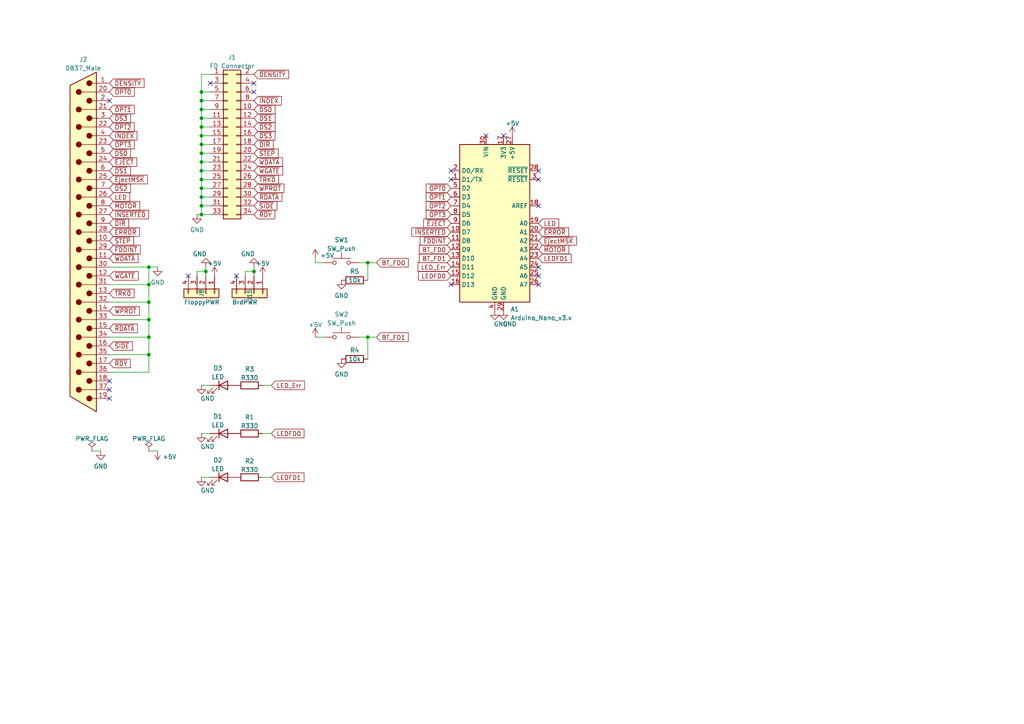
<source format=kicad_sch>
(kicad_sch (version 20211123) (generator eeschema)

  (uuid 0f251f4d-18c3-4e16-8078-b8eaa683a5b6)

  (paper "A4")

  (lib_symbols
    (symbol "Connector:DB37_Male" (pin_names (offset 1.016) hide) (in_bom yes) (on_board yes)
      (property "Reference" "J" (id 0) (at 0 50.8 0)
        (effects (font (size 1.27 1.27)))
      )
      (property "Value" "DB37_Male" (id 1) (at 0 -50.8 0)
        (effects (font (size 1.27 1.27)))
      )
      (property "Footprint" "" (id 2) (at 0 0 0)
        (effects (font (size 1.27 1.27)) hide)
      )
      (property "Datasheet" " ~" (id 3) (at 0 0 0)
        (effects (font (size 1.27 1.27)) hide)
      )
      (property "ki_keywords" "male D-SUB connector" (id 4) (at 0 0 0)
        (effects (font (size 1.27 1.27)) hide)
      )
      (property "ki_description" "37-pin male D-SUB connector" (id 5) (at 0 0 0)
        (effects (font (size 1.27 1.27)) hide)
      )
      (property "ki_fp_filters" "DSUB*Male*" (id 6) (at 0 0 0)
        (effects (font (size 1.27 1.27)) hide)
      )
      (symbol "DB37_Male_0_1"
        (circle (center -1.778 -45.72) (radius 0.762)
          (stroke (width 0) (type default) (color 0 0 0 0))
          (fill (type outline))
        )
        (circle (center -1.778 -40.64) (radius 0.762)
          (stroke (width 0) (type default) (color 0 0 0 0))
          (fill (type outline))
        )
        (circle (center -1.778 -35.56) (radius 0.762)
          (stroke (width 0) (type default) (color 0 0 0 0))
          (fill (type outline))
        )
        (circle (center -1.778 -30.48) (radius 0.762)
          (stroke (width 0) (type default) (color 0 0 0 0))
          (fill (type outline))
        )
        (circle (center -1.778 -25.4) (radius 0.762)
          (stroke (width 0) (type default) (color 0 0 0 0))
          (fill (type outline))
        )
        (circle (center -1.778 -20.32) (radius 0.762)
          (stroke (width 0) (type default) (color 0 0 0 0))
          (fill (type outline))
        )
        (circle (center -1.778 -15.24) (radius 0.762)
          (stroke (width 0) (type default) (color 0 0 0 0))
          (fill (type outline))
        )
        (circle (center -1.778 -10.16) (radius 0.762)
          (stroke (width 0) (type default) (color 0 0 0 0))
          (fill (type outline))
        )
        (circle (center -1.778 -5.08) (radius 0.762)
          (stroke (width 0) (type default) (color 0 0 0 0))
          (fill (type outline))
        )
        (circle (center -1.778 0) (radius 0.762)
          (stroke (width 0) (type default) (color 0 0 0 0))
          (fill (type outline))
        )
        (circle (center -1.778 5.08) (radius 0.762)
          (stroke (width 0) (type default) (color 0 0 0 0))
          (fill (type outline))
        )
        (circle (center -1.778 10.16) (radius 0.762)
          (stroke (width 0) (type default) (color 0 0 0 0))
          (fill (type outline))
        )
        (circle (center -1.778 15.24) (radius 0.762)
          (stroke (width 0) (type default) (color 0 0 0 0))
          (fill (type outline))
        )
        (circle (center -1.778 20.32) (radius 0.762)
          (stroke (width 0) (type default) (color 0 0 0 0))
          (fill (type outline))
        )
        (circle (center -1.778 25.4) (radius 0.762)
          (stroke (width 0) (type default) (color 0 0 0 0))
          (fill (type outline))
        )
        (circle (center -1.778 30.48) (radius 0.762)
          (stroke (width 0) (type default) (color 0 0 0 0))
          (fill (type outline))
        )
        (circle (center -1.778 35.56) (radius 0.762)
          (stroke (width 0) (type default) (color 0 0 0 0))
          (fill (type outline))
        )
        (circle (center -1.778 40.64) (radius 0.762)
          (stroke (width 0) (type default) (color 0 0 0 0))
          (fill (type outline))
        )
        (circle (center -1.778 45.72) (radius 0.762)
          (stroke (width 0) (type default) (color 0 0 0 0))
          (fill (type outline))
        )
        (polyline
          (pts
            (xy -3.81 -45.72)
            (xy -2.54 -45.72)
          )
          (stroke (width 0) (type default) (color 0 0 0 0))
          (fill (type none))
        )
        (polyline
          (pts
            (xy -3.81 -43.18)
            (xy 0.508 -43.18)
          )
          (stroke (width 0) (type default) (color 0 0 0 0))
          (fill (type none))
        )
        (polyline
          (pts
            (xy -3.81 -40.64)
            (xy -2.54 -40.64)
          )
          (stroke (width 0) (type default) (color 0 0 0 0))
          (fill (type none))
        )
        (polyline
          (pts
            (xy -3.81 -38.1)
            (xy 0.508 -38.1)
          )
          (stroke (width 0) (type default) (color 0 0 0 0))
          (fill (type none))
        )
        (polyline
          (pts
            (xy -3.81 -35.56)
            (xy -2.54 -35.56)
          )
          (stroke (width 0) (type default) (color 0 0 0 0))
          (fill (type none))
        )
        (polyline
          (pts
            (xy -3.81 -33.02)
            (xy 0.508 -33.02)
          )
          (stroke (width 0) (type default) (color 0 0 0 0))
          (fill (type none))
        )
        (polyline
          (pts
            (xy -3.81 -30.48)
            (xy -2.54 -30.48)
          )
          (stroke (width 0) (type default) (color 0 0 0 0))
          (fill (type none))
        )
        (polyline
          (pts
            (xy -3.81 -27.94)
            (xy 0.508 -27.94)
          )
          (stroke (width 0) (type default) (color 0 0 0 0))
          (fill (type none))
        )
        (polyline
          (pts
            (xy -3.81 -25.4)
            (xy -2.54 -25.4)
          )
          (stroke (width 0) (type default) (color 0 0 0 0))
          (fill (type none))
        )
        (polyline
          (pts
            (xy -3.81 -22.86)
            (xy 0.508 -22.86)
          )
          (stroke (width 0) (type default) (color 0 0 0 0))
          (fill (type none))
        )
        (polyline
          (pts
            (xy -3.81 -20.32)
            (xy -2.54 -20.32)
          )
          (stroke (width 0) (type default) (color 0 0 0 0))
          (fill (type none))
        )
        (polyline
          (pts
            (xy -3.81 -17.78)
            (xy 0.508 -17.78)
          )
          (stroke (width 0) (type default) (color 0 0 0 0))
          (fill (type none))
        )
        (polyline
          (pts
            (xy -3.81 -15.24)
            (xy -2.54 -15.24)
          )
          (stroke (width 0) (type default) (color 0 0 0 0))
          (fill (type none))
        )
        (polyline
          (pts
            (xy -3.81 -12.7)
            (xy 0.508 -12.7)
          )
          (stroke (width 0) (type default) (color 0 0 0 0))
          (fill (type none))
        )
        (polyline
          (pts
            (xy -3.81 -10.16)
            (xy -2.54 -10.16)
          )
          (stroke (width 0) (type default) (color 0 0 0 0))
          (fill (type none))
        )
        (polyline
          (pts
            (xy -3.81 -7.62)
            (xy 0.508 -7.62)
          )
          (stroke (width 0) (type default) (color 0 0 0 0))
          (fill (type none))
        )
        (polyline
          (pts
            (xy -3.81 -5.08)
            (xy -2.54 -5.08)
          )
          (stroke (width 0) (type default) (color 0 0 0 0))
          (fill (type none))
        )
        (polyline
          (pts
            (xy -3.81 -2.54)
            (xy 0.508 -2.54)
          )
          (stroke (width 0) (type default) (color 0 0 0 0))
          (fill (type none))
        )
        (polyline
          (pts
            (xy -3.81 0)
            (xy -2.54 0)
          )
          (stroke (width 0) (type default) (color 0 0 0 0))
          (fill (type none))
        )
        (polyline
          (pts
            (xy -3.81 2.54)
            (xy 0.508 2.54)
          )
          (stroke (width 0) (type default) (color 0 0 0 0))
          (fill (type none))
        )
        (polyline
          (pts
            (xy -3.81 5.08)
            (xy -2.54 5.08)
          )
          (stroke (width 0) (type default) (color 0 0 0 0))
          (fill (type none))
        )
        (polyline
          (pts
            (xy -3.81 7.62)
            (xy 0.508 7.62)
          )
          (stroke (width 0) (type default) (color 0 0 0 0))
          (fill (type none))
        )
        (polyline
          (pts
            (xy -3.81 10.16)
            (xy -2.54 10.16)
          )
          (stroke (width 0) (type default) (color 0 0 0 0))
          (fill (type none))
        )
        (polyline
          (pts
            (xy -3.81 12.7)
            (xy 0.508 12.7)
          )
          (stroke (width 0) (type default) (color 0 0 0 0))
          (fill (type none))
        )
        (polyline
          (pts
            (xy -3.81 15.24)
            (xy -2.54 15.24)
          )
          (stroke (width 0) (type default) (color 0 0 0 0))
          (fill (type none))
        )
        (polyline
          (pts
            (xy -3.81 17.78)
            (xy 0.508 17.78)
          )
          (stroke (width 0) (type default) (color 0 0 0 0))
          (fill (type none))
        )
        (polyline
          (pts
            (xy -3.81 20.32)
            (xy -2.54 20.32)
          )
          (stroke (width 0) (type default) (color 0 0 0 0))
          (fill (type none))
        )
        (polyline
          (pts
            (xy -3.81 22.86)
            (xy 0.508 22.86)
          )
          (stroke (width 0) (type default) (color 0 0 0 0))
          (fill (type none))
        )
        (polyline
          (pts
            (xy -3.81 25.4)
            (xy -2.54 25.4)
          )
          (stroke (width 0) (type default) (color 0 0 0 0))
          (fill (type none))
        )
        (polyline
          (pts
            (xy -3.81 27.94)
            (xy 0.508 27.94)
          )
          (stroke (width 0) (type default) (color 0 0 0 0))
          (fill (type none))
        )
        (polyline
          (pts
            (xy -3.81 30.48)
            (xy -2.54 30.48)
          )
          (stroke (width 0) (type default) (color 0 0 0 0))
          (fill (type none))
        )
        (polyline
          (pts
            (xy -3.81 33.02)
            (xy 0.508 33.02)
          )
          (stroke (width 0) (type default) (color 0 0 0 0))
          (fill (type none))
        )
        (polyline
          (pts
            (xy -3.81 35.56)
            (xy -2.54 35.56)
          )
          (stroke (width 0) (type default) (color 0 0 0 0))
          (fill (type none))
        )
        (polyline
          (pts
            (xy -3.81 38.1)
            (xy 0.508 38.1)
          )
          (stroke (width 0) (type default) (color 0 0 0 0))
          (fill (type none))
        )
        (polyline
          (pts
            (xy -3.81 40.64)
            (xy -2.54 40.64)
          )
          (stroke (width 0) (type default) (color 0 0 0 0))
          (fill (type none))
        )
        (polyline
          (pts
            (xy -3.81 43.18)
            (xy 0.508 43.18)
          )
          (stroke (width 0) (type default) (color 0 0 0 0))
          (fill (type none))
        )
        (polyline
          (pts
            (xy -3.81 45.72)
            (xy -2.54 45.72)
          )
          (stroke (width 0) (type default) (color 0 0 0 0))
          (fill (type none))
        )
        (polyline
          (pts
            (xy -3.81 49.53)
            (xy 3.81 45.085)
            (xy 3.81 -45.085)
            (xy -3.81 -48.895)
            (xy -3.81 49.53)
          )
          (stroke (width 0.254) (type default) (color 0 0 0 0))
          (fill (type background))
        )
        (circle (center 1.27 -43.18) (radius 0.762)
          (stroke (width 0) (type default) (color 0 0 0 0))
          (fill (type outline))
        )
        (circle (center 1.27 -38.1) (radius 0.762)
          (stroke (width 0) (type default) (color 0 0 0 0))
          (fill (type outline))
        )
        (circle (center 1.27 -33.02) (radius 0.762)
          (stroke (width 0) (type default) (color 0 0 0 0))
          (fill (type outline))
        )
        (circle (center 1.27 -27.94) (radius 0.762)
          (stroke (width 0) (type default) (color 0 0 0 0))
          (fill (type outline))
        )
        (circle (center 1.27 -22.86) (radius 0.762)
          (stroke (width 0) (type default) (color 0 0 0 0))
          (fill (type outline))
        )
        (circle (center 1.27 -17.78) (radius 0.762)
          (stroke (width 0) (type default) (color 0 0 0 0))
          (fill (type outline))
        )
        (circle (center 1.27 -12.7) (radius 0.762)
          (stroke (width 0) (type default) (color 0 0 0 0))
          (fill (type outline))
        )
        (circle (center 1.27 -7.62) (radius 0.762)
          (stroke (width 0) (type default) (color 0 0 0 0))
          (fill (type outline))
        )
        (circle (center 1.27 -2.54) (radius 0.762)
          (stroke (width 0) (type default) (color 0 0 0 0))
          (fill (type outline))
        )
        (circle (center 1.27 2.54) (radius 0.762)
          (stroke (width 0) (type default) (color 0 0 0 0))
          (fill (type outline))
        )
        (circle (center 1.27 7.62) (radius 0.762)
          (stroke (width 0) (type default) (color 0 0 0 0))
          (fill (type outline))
        )
        (circle (center 1.27 12.7) (radius 0.762)
          (stroke (width 0) (type default) (color 0 0 0 0))
          (fill (type outline))
        )
        (circle (center 1.27 17.78) (radius 0.762)
          (stroke (width 0) (type default) (color 0 0 0 0))
          (fill (type outline))
        )
        (circle (center 1.27 22.86) (radius 0.762)
          (stroke (width 0) (type default) (color 0 0 0 0))
          (fill (type outline))
        )
        (circle (center 1.27 27.94) (radius 0.762)
          (stroke (width 0) (type default) (color 0 0 0 0))
          (fill (type outline))
        )
        (circle (center 1.27 33.02) (radius 0.762)
          (stroke (width 0) (type default) (color 0 0 0 0))
          (fill (type outline))
        )
        (circle (center 1.27 38.1) (radius 0.762)
          (stroke (width 0) (type default) (color 0 0 0 0))
          (fill (type outline))
        )
        (circle (center 1.27 43.18) (radius 0.762)
          (stroke (width 0) (type default) (color 0 0 0 0))
          (fill (type outline))
        )
      )
      (symbol "DB37_Male_1_1"
        (pin passive line (at -7.62 -45.72 0) (length 3.81)
          (name "1" (effects (font (size 1.27 1.27))))
          (number "1" (effects (font (size 1.27 1.27))))
        )
        (pin passive line (at -7.62 0 0) (length 3.81)
          (name "10" (effects (font (size 1.27 1.27))))
          (number "10" (effects (font (size 1.27 1.27))))
        )
        (pin passive line (at -7.62 5.08 0) (length 3.81)
          (name "11" (effects (font (size 1.27 1.27))))
          (number "11" (effects (font (size 1.27 1.27))))
        )
        (pin passive line (at -7.62 10.16 0) (length 3.81)
          (name "12" (effects (font (size 1.27 1.27))))
          (number "12" (effects (font (size 1.27 1.27))))
        )
        (pin passive line (at -7.62 15.24 0) (length 3.81)
          (name "13" (effects (font (size 1.27 1.27))))
          (number "13" (effects (font (size 1.27 1.27))))
        )
        (pin passive line (at -7.62 20.32 0) (length 3.81)
          (name "14" (effects (font (size 1.27 1.27))))
          (number "14" (effects (font (size 1.27 1.27))))
        )
        (pin passive line (at -7.62 25.4 0) (length 3.81)
          (name "15" (effects (font (size 1.27 1.27))))
          (number "15" (effects (font (size 1.27 1.27))))
        )
        (pin passive line (at -7.62 30.48 0) (length 3.81)
          (name "16" (effects (font (size 1.27 1.27))))
          (number "16" (effects (font (size 1.27 1.27))))
        )
        (pin passive line (at -7.62 35.56 0) (length 3.81)
          (name "17" (effects (font (size 1.27 1.27))))
          (number "17" (effects (font (size 1.27 1.27))))
        )
        (pin passive line (at -7.62 40.64 0) (length 3.81)
          (name "18" (effects (font (size 1.27 1.27))))
          (number "18" (effects (font (size 1.27 1.27))))
        )
        (pin passive line (at -7.62 45.72 0) (length 3.81)
          (name "19" (effects (font (size 1.27 1.27))))
          (number "19" (effects (font (size 1.27 1.27))))
        )
        (pin passive line (at -7.62 -40.64 0) (length 3.81)
          (name "2" (effects (font (size 1.27 1.27))))
          (number "2" (effects (font (size 1.27 1.27))))
        )
        (pin passive line (at -7.62 -43.18 0) (length 3.81)
          (name "20" (effects (font (size 1.27 1.27))))
          (number "20" (effects (font (size 1.27 1.27))))
        )
        (pin passive line (at -7.62 -38.1 0) (length 3.81)
          (name "21" (effects (font (size 1.27 1.27))))
          (number "21" (effects (font (size 1.27 1.27))))
        )
        (pin passive line (at -7.62 -33.02 0) (length 3.81)
          (name "22" (effects (font (size 1.27 1.27))))
          (number "22" (effects (font (size 1.27 1.27))))
        )
        (pin passive line (at -7.62 -27.94 0) (length 3.81)
          (name "23" (effects (font (size 1.27 1.27))))
          (number "23" (effects (font (size 1.27 1.27))))
        )
        (pin passive line (at -7.62 -22.86 0) (length 3.81)
          (name "24" (effects (font (size 1.27 1.27))))
          (number "24" (effects (font (size 1.27 1.27))))
        )
        (pin passive line (at -7.62 -17.78 0) (length 3.81)
          (name "25" (effects (font (size 1.27 1.27))))
          (number "25" (effects (font (size 1.27 1.27))))
        )
        (pin passive line (at -7.62 -12.7 0) (length 3.81)
          (name "26" (effects (font (size 1.27 1.27))))
          (number "26" (effects (font (size 1.27 1.27))))
        )
        (pin passive line (at -7.62 -7.62 0) (length 3.81)
          (name "27" (effects (font (size 1.27 1.27))))
          (number "27" (effects (font (size 1.27 1.27))))
        )
        (pin passive line (at -7.62 -2.54 0) (length 3.81)
          (name "28" (effects (font (size 1.27 1.27))))
          (number "28" (effects (font (size 1.27 1.27))))
        )
        (pin passive line (at -7.62 2.54 0) (length 3.81)
          (name "29" (effects (font (size 1.27 1.27))))
          (number "29" (effects (font (size 1.27 1.27))))
        )
        (pin passive line (at -7.62 -35.56 0) (length 3.81)
          (name "3" (effects (font (size 1.27 1.27))))
          (number "3" (effects (font (size 1.27 1.27))))
        )
        (pin passive line (at -7.62 7.62 0) (length 3.81)
          (name "30" (effects (font (size 1.27 1.27))))
          (number "30" (effects (font (size 1.27 1.27))))
        )
        (pin passive line (at -7.62 12.7 0) (length 3.81)
          (name "31" (effects (font (size 1.27 1.27))))
          (number "31" (effects (font (size 1.27 1.27))))
        )
        (pin passive line (at -7.62 17.78 0) (length 3.81)
          (name "32" (effects (font (size 1.27 1.27))))
          (number "32" (effects (font (size 1.27 1.27))))
        )
        (pin passive line (at -7.62 22.86 0) (length 3.81)
          (name "33" (effects (font (size 1.27 1.27))))
          (number "33" (effects (font (size 1.27 1.27))))
        )
        (pin passive line (at -7.62 27.94 0) (length 3.81)
          (name "34" (effects (font (size 1.27 1.27))))
          (number "34" (effects (font (size 1.27 1.27))))
        )
        (pin passive line (at -7.62 33.02 0) (length 3.81)
          (name "35" (effects (font (size 1.27 1.27))))
          (number "35" (effects (font (size 1.27 1.27))))
        )
        (pin passive line (at -7.62 38.1 0) (length 3.81)
          (name "36" (effects (font (size 1.27 1.27))))
          (number "36" (effects (font (size 1.27 1.27))))
        )
        (pin passive line (at -7.62 43.18 0) (length 3.81)
          (name "37" (effects (font (size 1.27 1.27))))
          (number "37" (effects (font (size 1.27 1.27))))
        )
        (pin passive line (at -7.62 -30.48 0) (length 3.81)
          (name "4" (effects (font (size 1.27 1.27))))
          (number "4" (effects (font (size 1.27 1.27))))
        )
        (pin passive line (at -7.62 -25.4 0) (length 3.81)
          (name "5" (effects (font (size 1.27 1.27))))
          (number "5" (effects (font (size 1.27 1.27))))
        )
        (pin passive line (at -7.62 -20.32 0) (length 3.81)
          (name "6" (effects (font (size 1.27 1.27))))
          (number "6" (effects (font (size 1.27 1.27))))
        )
        (pin passive line (at -7.62 -15.24 0) (length 3.81)
          (name "7" (effects (font (size 1.27 1.27))))
          (number "7" (effects (font (size 1.27 1.27))))
        )
        (pin passive line (at -7.62 -10.16 0) (length 3.81)
          (name "8" (effects (font (size 1.27 1.27))))
          (number "8" (effects (font (size 1.27 1.27))))
        )
        (pin passive line (at -7.62 -5.08 0) (length 3.81)
          (name "9" (effects (font (size 1.27 1.27))))
          (number "9" (effects (font (size 1.27 1.27))))
        )
      )
    )
    (symbol "Connector_Generic:Conn_01x04" (pin_names (offset 1.016) hide) (in_bom yes) (on_board yes)
      (property "Reference" "J" (id 0) (at 0 5.08 0)
        (effects (font (size 1.27 1.27)))
      )
      (property "Value" "Conn_01x04" (id 1) (at 0 -7.62 0)
        (effects (font (size 1.27 1.27)))
      )
      (property "Footprint" "" (id 2) (at 0 0 0)
        (effects (font (size 1.27 1.27)) hide)
      )
      (property "Datasheet" "~" (id 3) (at 0 0 0)
        (effects (font (size 1.27 1.27)) hide)
      )
      (property "ki_keywords" "connector" (id 4) (at 0 0 0)
        (effects (font (size 1.27 1.27)) hide)
      )
      (property "ki_description" "Generic connector, single row, 01x04, script generated (kicad-library-utils/schlib/autogen/connector/)" (id 5) (at 0 0 0)
        (effects (font (size 1.27 1.27)) hide)
      )
      (property "ki_fp_filters" "Connector*:*_1x??_*" (id 6) (at 0 0 0)
        (effects (font (size 1.27 1.27)) hide)
      )
      (symbol "Conn_01x04_1_1"
        (rectangle (start -1.27 -4.953) (end 0 -5.207)
          (stroke (width 0.1524) (type default) (color 0 0 0 0))
          (fill (type none))
        )
        (rectangle (start -1.27 -2.413) (end 0 -2.667)
          (stroke (width 0.1524) (type default) (color 0 0 0 0))
          (fill (type none))
        )
        (rectangle (start -1.27 0.127) (end 0 -0.127)
          (stroke (width 0.1524) (type default) (color 0 0 0 0))
          (fill (type none))
        )
        (rectangle (start -1.27 2.667) (end 0 2.413)
          (stroke (width 0.1524) (type default) (color 0 0 0 0))
          (fill (type none))
        )
        (rectangle (start -1.27 3.81) (end 1.27 -6.35)
          (stroke (width 0.254) (type default) (color 0 0 0 0))
          (fill (type background))
        )
        (pin passive line (at -5.08 2.54 0) (length 3.81)
          (name "Pin_1" (effects (font (size 1.27 1.27))))
          (number "1" (effects (font (size 1.27 1.27))))
        )
        (pin passive line (at -5.08 0 0) (length 3.81)
          (name "Pin_2" (effects (font (size 1.27 1.27))))
          (number "2" (effects (font (size 1.27 1.27))))
        )
        (pin passive line (at -5.08 -2.54 0) (length 3.81)
          (name "Pin_3" (effects (font (size 1.27 1.27))))
          (number "3" (effects (font (size 1.27 1.27))))
        )
        (pin passive line (at -5.08 -5.08 0) (length 3.81)
          (name "Pin_4" (effects (font (size 1.27 1.27))))
          (number "4" (effects (font (size 1.27 1.27))))
        )
      )
    )
    (symbol "Connector_Generic:Conn_02x17_Odd_Even" (pin_names (offset 1.016) hide) (in_bom yes) (on_board yes)
      (property "Reference" "J" (id 0) (at 1.27 22.86 0)
        (effects (font (size 1.27 1.27)))
      )
      (property "Value" "Conn_02x17_Odd_Even" (id 1) (at 1.27 -22.86 0)
        (effects (font (size 1.27 1.27)))
      )
      (property "Footprint" "" (id 2) (at 0 0 0)
        (effects (font (size 1.27 1.27)) hide)
      )
      (property "Datasheet" "~" (id 3) (at 0 0 0)
        (effects (font (size 1.27 1.27)) hide)
      )
      (property "ki_keywords" "connector" (id 4) (at 0 0 0)
        (effects (font (size 1.27 1.27)) hide)
      )
      (property "ki_description" "Generic connector, double row, 02x17, odd/even pin numbering scheme (row 1 odd numbers, row 2 even numbers), script generated (kicad-library-utils/schlib/autogen/connector/)" (id 5) (at 0 0 0)
        (effects (font (size 1.27 1.27)) hide)
      )
      (property "ki_fp_filters" "Connector*:*_2x??_*" (id 6) (at 0 0 0)
        (effects (font (size 1.27 1.27)) hide)
      )
      (symbol "Conn_02x17_Odd_Even_1_1"
        (rectangle (start -1.27 -20.193) (end 0 -20.447)
          (stroke (width 0.1524) (type default) (color 0 0 0 0))
          (fill (type none))
        )
        (rectangle (start -1.27 -17.653) (end 0 -17.907)
          (stroke (width 0.1524) (type default) (color 0 0 0 0))
          (fill (type none))
        )
        (rectangle (start -1.27 -15.113) (end 0 -15.367)
          (stroke (width 0.1524) (type default) (color 0 0 0 0))
          (fill (type none))
        )
        (rectangle (start -1.27 -12.573) (end 0 -12.827)
          (stroke (width 0.1524) (type default) (color 0 0 0 0))
          (fill (type none))
        )
        (rectangle (start -1.27 -10.033) (end 0 -10.287)
          (stroke (width 0.1524) (type default) (color 0 0 0 0))
          (fill (type none))
        )
        (rectangle (start -1.27 -7.493) (end 0 -7.747)
          (stroke (width 0.1524) (type default) (color 0 0 0 0))
          (fill (type none))
        )
        (rectangle (start -1.27 -4.953) (end 0 -5.207)
          (stroke (width 0.1524) (type default) (color 0 0 0 0))
          (fill (type none))
        )
        (rectangle (start -1.27 -2.413) (end 0 -2.667)
          (stroke (width 0.1524) (type default) (color 0 0 0 0))
          (fill (type none))
        )
        (rectangle (start -1.27 0.127) (end 0 -0.127)
          (stroke (width 0.1524) (type default) (color 0 0 0 0))
          (fill (type none))
        )
        (rectangle (start -1.27 2.667) (end 0 2.413)
          (stroke (width 0.1524) (type default) (color 0 0 0 0))
          (fill (type none))
        )
        (rectangle (start -1.27 5.207) (end 0 4.953)
          (stroke (width 0.1524) (type default) (color 0 0 0 0))
          (fill (type none))
        )
        (rectangle (start -1.27 7.747) (end 0 7.493)
          (stroke (width 0.1524) (type default) (color 0 0 0 0))
          (fill (type none))
        )
        (rectangle (start -1.27 10.287) (end 0 10.033)
          (stroke (width 0.1524) (type default) (color 0 0 0 0))
          (fill (type none))
        )
        (rectangle (start -1.27 12.827) (end 0 12.573)
          (stroke (width 0.1524) (type default) (color 0 0 0 0))
          (fill (type none))
        )
        (rectangle (start -1.27 15.367) (end 0 15.113)
          (stroke (width 0.1524) (type default) (color 0 0 0 0))
          (fill (type none))
        )
        (rectangle (start -1.27 17.907) (end 0 17.653)
          (stroke (width 0.1524) (type default) (color 0 0 0 0))
          (fill (type none))
        )
        (rectangle (start -1.27 20.447) (end 0 20.193)
          (stroke (width 0.1524) (type default) (color 0 0 0 0))
          (fill (type none))
        )
        (rectangle (start -1.27 21.59) (end 3.81 -21.59)
          (stroke (width 0.254) (type default) (color 0 0 0 0))
          (fill (type background))
        )
        (rectangle (start 3.81 -20.193) (end 2.54 -20.447)
          (stroke (width 0.1524) (type default) (color 0 0 0 0))
          (fill (type none))
        )
        (rectangle (start 3.81 -17.653) (end 2.54 -17.907)
          (stroke (width 0.1524) (type default) (color 0 0 0 0))
          (fill (type none))
        )
        (rectangle (start 3.81 -15.113) (end 2.54 -15.367)
          (stroke (width 0.1524) (type default) (color 0 0 0 0))
          (fill (type none))
        )
        (rectangle (start 3.81 -12.573) (end 2.54 -12.827)
          (stroke (width 0.1524) (type default) (color 0 0 0 0))
          (fill (type none))
        )
        (rectangle (start 3.81 -10.033) (end 2.54 -10.287)
          (stroke (width 0.1524) (type default) (color 0 0 0 0))
          (fill (type none))
        )
        (rectangle (start 3.81 -7.493) (end 2.54 -7.747)
          (stroke (width 0.1524) (type default) (color 0 0 0 0))
          (fill (type none))
        )
        (rectangle (start 3.81 -4.953) (end 2.54 -5.207)
          (stroke (width 0.1524) (type default) (color 0 0 0 0))
          (fill (type none))
        )
        (rectangle (start 3.81 -2.413) (end 2.54 -2.667)
          (stroke (width 0.1524) (type default) (color 0 0 0 0))
          (fill (type none))
        )
        (rectangle (start 3.81 0.127) (end 2.54 -0.127)
          (stroke (width 0.1524) (type default) (color 0 0 0 0))
          (fill (type none))
        )
        (rectangle (start 3.81 2.667) (end 2.54 2.413)
          (stroke (width 0.1524) (type default) (color 0 0 0 0))
          (fill (type none))
        )
        (rectangle (start 3.81 5.207) (end 2.54 4.953)
          (stroke (width 0.1524) (type default) (color 0 0 0 0))
          (fill (type none))
        )
        (rectangle (start 3.81 7.747) (end 2.54 7.493)
          (stroke (width 0.1524) (type default) (color 0 0 0 0))
          (fill (type none))
        )
        (rectangle (start 3.81 10.287) (end 2.54 10.033)
          (stroke (width 0.1524) (type default) (color 0 0 0 0))
          (fill (type none))
        )
        (rectangle (start 3.81 12.827) (end 2.54 12.573)
          (stroke (width 0.1524) (type default) (color 0 0 0 0))
          (fill (type none))
        )
        (rectangle (start 3.81 15.367) (end 2.54 15.113)
          (stroke (width 0.1524) (type default) (color 0 0 0 0))
          (fill (type none))
        )
        (rectangle (start 3.81 17.907) (end 2.54 17.653)
          (stroke (width 0.1524) (type default) (color 0 0 0 0))
          (fill (type none))
        )
        (rectangle (start 3.81 20.447) (end 2.54 20.193)
          (stroke (width 0.1524) (type default) (color 0 0 0 0))
          (fill (type none))
        )
        (pin passive line (at -5.08 20.32 0) (length 3.81)
          (name "Pin_1" (effects (font (size 1.27 1.27))))
          (number "1" (effects (font (size 1.27 1.27))))
        )
        (pin passive line (at 7.62 10.16 180) (length 3.81)
          (name "Pin_10" (effects (font (size 1.27 1.27))))
          (number "10" (effects (font (size 1.27 1.27))))
        )
        (pin passive line (at -5.08 7.62 0) (length 3.81)
          (name "Pin_11" (effects (font (size 1.27 1.27))))
          (number "11" (effects (font (size 1.27 1.27))))
        )
        (pin passive line (at 7.62 7.62 180) (length 3.81)
          (name "Pin_12" (effects (font (size 1.27 1.27))))
          (number "12" (effects (font (size 1.27 1.27))))
        )
        (pin passive line (at -5.08 5.08 0) (length 3.81)
          (name "Pin_13" (effects (font (size 1.27 1.27))))
          (number "13" (effects (font (size 1.27 1.27))))
        )
        (pin passive line (at 7.62 5.08 180) (length 3.81)
          (name "Pin_14" (effects (font (size 1.27 1.27))))
          (number "14" (effects (font (size 1.27 1.27))))
        )
        (pin passive line (at -5.08 2.54 0) (length 3.81)
          (name "Pin_15" (effects (font (size 1.27 1.27))))
          (number "15" (effects (font (size 1.27 1.27))))
        )
        (pin passive line (at 7.62 2.54 180) (length 3.81)
          (name "Pin_16" (effects (font (size 1.27 1.27))))
          (number "16" (effects (font (size 1.27 1.27))))
        )
        (pin passive line (at -5.08 0 0) (length 3.81)
          (name "Pin_17" (effects (font (size 1.27 1.27))))
          (number "17" (effects (font (size 1.27 1.27))))
        )
        (pin passive line (at 7.62 0 180) (length 3.81)
          (name "Pin_18" (effects (font (size 1.27 1.27))))
          (number "18" (effects (font (size 1.27 1.27))))
        )
        (pin passive line (at -5.08 -2.54 0) (length 3.81)
          (name "Pin_19" (effects (font (size 1.27 1.27))))
          (number "19" (effects (font (size 1.27 1.27))))
        )
        (pin passive line (at 7.62 20.32 180) (length 3.81)
          (name "Pin_2" (effects (font (size 1.27 1.27))))
          (number "2" (effects (font (size 1.27 1.27))))
        )
        (pin passive line (at 7.62 -2.54 180) (length 3.81)
          (name "Pin_20" (effects (font (size 1.27 1.27))))
          (number "20" (effects (font (size 1.27 1.27))))
        )
        (pin passive line (at -5.08 -5.08 0) (length 3.81)
          (name "Pin_21" (effects (font (size 1.27 1.27))))
          (number "21" (effects (font (size 1.27 1.27))))
        )
        (pin passive line (at 7.62 -5.08 180) (length 3.81)
          (name "Pin_22" (effects (font (size 1.27 1.27))))
          (number "22" (effects (font (size 1.27 1.27))))
        )
        (pin passive line (at -5.08 -7.62 0) (length 3.81)
          (name "Pin_23" (effects (font (size 1.27 1.27))))
          (number "23" (effects (font (size 1.27 1.27))))
        )
        (pin passive line (at 7.62 -7.62 180) (length 3.81)
          (name "Pin_24" (effects (font (size 1.27 1.27))))
          (number "24" (effects (font (size 1.27 1.27))))
        )
        (pin passive line (at -5.08 -10.16 0) (length 3.81)
          (name "Pin_25" (effects (font (size 1.27 1.27))))
          (number "25" (effects (font (size 1.27 1.27))))
        )
        (pin passive line (at 7.62 -10.16 180) (length 3.81)
          (name "Pin_26" (effects (font (size 1.27 1.27))))
          (number "26" (effects (font (size 1.27 1.27))))
        )
        (pin passive line (at -5.08 -12.7 0) (length 3.81)
          (name "Pin_27" (effects (font (size 1.27 1.27))))
          (number "27" (effects (font (size 1.27 1.27))))
        )
        (pin passive line (at 7.62 -12.7 180) (length 3.81)
          (name "Pin_28" (effects (font (size 1.27 1.27))))
          (number "28" (effects (font (size 1.27 1.27))))
        )
        (pin passive line (at -5.08 -15.24 0) (length 3.81)
          (name "Pin_29" (effects (font (size 1.27 1.27))))
          (number "29" (effects (font (size 1.27 1.27))))
        )
        (pin passive line (at -5.08 17.78 0) (length 3.81)
          (name "Pin_3" (effects (font (size 1.27 1.27))))
          (number "3" (effects (font (size 1.27 1.27))))
        )
        (pin passive line (at 7.62 -15.24 180) (length 3.81)
          (name "Pin_30" (effects (font (size 1.27 1.27))))
          (number "30" (effects (font (size 1.27 1.27))))
        )
        (pin passive line (at -5.08 -17.78 0) (length 3.81)
          (name "Pin_31" (effects (font (size 1.27 1.27))))
          (number "31" (effects (font (size 1.27 1.27))))
        )
        (pin passive line (at 7.62 -17.78 180) (length 3.81)
          (name "Pin_32" (effects (font (size 1.27 1.27))))
          (number "32" (effects (font (size 1.27 1.27))))
        )
        (pin passive line (at -5.08 -20.32 0) (length 3.81)
          (name "Pin_33" (effects (font (size 1.27 1.27))))
          (number "33" (effects (font (size 1.27 1.27))))
        )
        (pin passive line (at 7.62 -20.32 180) (length 3.81)
          (name "Pin_34" (effects (font (size 1.27 1.27))))
          (number "34" (effects (font (size 1.27 1.27))))
        )
        (pin passive line (at 7.62 17.78 180) (length 3.81)
          (name "Pin_4" (effects (font (size 1.27 1.27))))
          (number "4" (effects (font (size 1.27 1.27))))
        )
        (pin passive line (at -5.08 15.24 0) (length 3.81)
          (name "Pin_5" (effects (font (size 1.27 1.27))))
          (number "5" (effects (font (size 1.27 1.27))))
        )
        (pin passive line (at 7.62 15.24 180) (length 3.81)
          (name "Pin_6" (effects (font (size 1.27 1.27))))
          (number "6" (effects (font (size 1.27 1.27))))
        )
        (pin passive line (at -5.08 12.7 0) (length 3.81)
          (name "Pin_7" (effects (font (size 1.27 1.27))))
          (number "7" (effects (font (size 1.27 1.27))))
        )
        (pin passive line (at 7.62 12.7 180) (length 3.81)
          (name "Pin_8" (effects (font (size 1.27 1.27))))
          (number "8" (effects (font (size 1.27 1.27))))
        )
        (pin passive line (at -5.08 10.16 0) (length 3.81)
          (name "Pin_9" (effects (font (size 1.27 1.27))))
          (number "9" (effects (font (size 1.27 1.27))))
        )
      )
    )
    (symbol "Device:LED" (pin_numbers hide) (pin_names (offset 1.016) hide) (in_bom yes) (on_board yes)
      (property "Reference" "D" (id 0) (at 0 2.54 0)
        (effects (font (size 1.27 1.27)))
      )
      (property "Value" "LED" (id 1) (at 0 -2.54 0)
        (effects (font (size 1.27 1.27)))
      )
      (property "Footprint" "" (id 2) (at 0 0 0)
        (effects (font (size 1.27 1.27)) hide)
      )
      (property "Datasheet" "~" (id 3) (at 0 0 0)
        (effects (font (size 1.27 1.27)) hide)
      )
      (property "ki_keywords" "LED diode" (id 4) (at 0 0 0)
        (effects (font (size 1.27 1.27)) hide)
      )
      (property "ki_description" "Light emitting diode" (id 5) (at 0 0 0)
        (effects (font (size 1.27 1.27)) hide)
      )
      (property "ki_fp_filters" "LED* LED_SMD:* LED_THT:*" (id 6) (at 0 0 0)
        (effects (font (size 1.27 1.27)) hide)
      )
      (symbol "LED_0_1"
        (polyline
          (pts
            (xy -1.27 -1.27)
            (xy -1.27 1.27)
          )
          (stroke (width 0.254) (type default) (color 0 0 0 0))
          (fill (type none))
        )
        (polyline
          (pts
            (xy -1.27 0)
            (xy 1.27 0)
          )
          (stroke (width 0) (type default) (color 0 0 0 0))
          (fill (type none))
        )
        (polyline
          (pts
            (xy 1.27 -1.27)
            (xy 1.27 1.27)
            (xy -1.27 0)
            (xy 1.27 -1.27)
          )
          (stroke (width 0.254) (type default) (color 0 0 0 0))
          (fill (type none))
        )
        (polyline
          (pts
            (xy -3.048 -0.762)
            (xy -4.572 -2.286)
            (xy -3.81 -2.286)
            (xy -4.572 -2.286)
            (xy -4.572 -1.524)
          )
          (stroke (width 0) (type default) (color 0 0 0 0))
          (fill (type none))
        )
        (polyline
          (pts
            (xy -1.778 -0.762)
            (xy -3.302 -2.286)
            (xy -2.54 -2.286)
            (xy -3.302 -2.286)
            (xy -3.302 -1.524)
          )
          (stroke (width 0) (type default) (color 0 0 0 0))
          (fill (type none))
        )
      )
      (symbol "LED_1_1"
        (pin passive line (at -3.81 0 0) (length 2.54)
          (name "K" (effects (font (size 1.27 1.27))))
          (number "1" (effects (font (size 1.27 1.27))))
        )
        (pin passive line (at 3.81 0 180) (length 2.54)
          (name "A" (effects (font (size 1.27 1.27))))
          (number "2" (effects (font (size 1.27 1.27))))
        )
      )
    )
    (symbol "Device:R" (pin_numbers hide) (pin_names (offset 0)) (in_bom yes) (on_board yes)
      (property "Reference" "R" (id 0) (at 2.032 0 90)
        (effects (font (size 1.27 1.27)))
      )
      (property "Value" "R" (id 1) (at 0 0 90)
        (effects (font (size 1.27 1.27)))
      )
      (property "Footprint" "" (id 2) (at -1.778 0 90)
        (effects (font (size 1.27 1.27)) hide)
      )
      (property "Datasheet" "~" (id 3) (at 0 0 0)
        (effects (font (size 1.27 1.27)) hide)
      )
      (property "ki_keywords" "R res resistor" (id 4) (at 0 0 0)
        (effects (font (size 1.27 1.27)) hide)
      )
      (property "ki_description" "Resistor" (id 5) (at 0 0 0)
        (effects (font (size 1.27 1.27)) hide)
      )
      (property "ki_fp_filters" "R_*" (id 6) (at 0 0 0)
        (effects (font (size 1.27 1.27)) hide)
      )
      (symbol "R_0_1"
        (rectangle (start -1.016 -2.54) (end 1.016 2.54)
          (stroke (width 0.254) (type default) (color 0 0 0 0))
          (fill (type none))
        )
      )
      (symbol "R_1_1"
        (pin passive line (at 0 3.81 270) (length 1.27)
          (name "~" (effects (font (size 1.27 1.27))))
          (number "1" (effects (font (size 1.27 1.27))))
        )
        (pin passive line (at 0 -3.81 90) (length 1.27)
          (name "~" (effects (font (size 1.27 1.27))))
          (number "2" (effects (font (size 1.27 1.27))))
        )
      )
    )
    (symbol "MCU_Module:Arduino_Nano_v3.x" (in_bom yes) (on_board yes)
      (property "Reference" "A" (id 0) (at -10.16 23.495 0)
        (effects (font (size 1.27 1.27)) (justify left bottom))
      )
      (property "Value" "Arduino_Nano_v3.x" (id 1) (at 5.08 -24.13 0)
        (effects (font (size 1.27 1.27)) (justify left top))
      )
      (property "Footprint" "Module:Arduino_Nano" (id 2) (at 0 0 0)
        (effects (font (size 1.27 1.27) italic) hide)
      )
      (property "Datasheet" "http://www.mouser.com/pdfdocs/Gravitech_Arduino_Nano3_0.pdf" (id 3) (at 0 0 0)
        (effects (font (size 1.27 1.27)) hide)
      )
      (property "ki_keywords" "Arduino nano microcontroller module USB" (id 4) (at 0 0 0)
        (effects (font (size 1.27 1.27)) hide)
      )
      (property "ki_description" "Arduino Nano v3.x" (id 5) (at 0 0 0)
        (effects (font (size 1.27 1.27)) hide)
      )
      (property "ki_fp_filters" "Arduino*Nano*" (id 6) (at 0 0 0)
        (effects (font (size 1.27 1.27)) hide)
      )
      (symbol "Arduino_Nano_v3.x_0_1"
        (rectangle (start -10.16 22.86) (end 10.16 -22.86)
          (stroke (width 0.254) (type default) (color 0 0 0 0))
          (fill (type background))
        )
      )
      (symbol "Arduino_Nano_v3.x_1_1"
        (pin bidirectional line (at -12.7 12.7 0) (length 2.54)
          (name "D1/TX" (effects (font (size 1.27 1.27))))
          (number "1" (effects (font (size 1.27 1.27))))
        )
        (pin bidirectional line (at -12.7 -2.54 0) (length 2.54)
          (name "D7" (effects (font (size 1.27 1.27))))
          (number "10" (effects (font (size 1.27 1.27))))
        )
        (pin bidirectional line (at -12.7 -5.08 0) (length 2.54)
          (name "D8" (effects (font (size 1.27 1.27))))
          (number "11" (effects (font (size 1.27 1.27))))
        )
        (pin bidirectional line (at -12.7 -7.62 0) (length 2.54)
          (name "D9" (effects (font (size 1.27 1.27))))
          (number "12" (effects (font (size 1.27 1.27))))
        )
        (pin bidirectional line (at -12.7 -10.16 0) (length 2.54)
          (name "D10" (effects (font (size 1.27 1.27))))
          (number "13" (effects (font (size 1.27 1.27))))
        )
        (pin bidirectional line (at -12.7 -12.7 0) (length 2.54)
          (name "D11" (effects (font (size 1.27 1.27))))
          (number "14" (effects (font (size 1.27 1.27))))
        )
        (pin bidirectional line (at -12.7 -15.24 0) (length 2.54)
          (name "D12" (effects (font (size 1.27 1.27))))
          (number "15" (effects (font (size 1.27 1.27))))
        )
        (pin bidirectional line (at -12.7 -17.78 0) (length 2.54)
          (name "D13" (effects (font (size 1.27 1.27))))
          (number "16" (effects (font (size 1.27 1.27))))
        )
        (pin power_out line (at 2.54 25.4 270) (length 2.54)
          (name "3V3" (effects (font (size 1.27 1.27))))
          (number "17" (effects (font (size 1.27 1.27))))
        )
        (pin input line (at 12.7 5.08 180) (length 2.54)
          (name "AREF" (effects (font (size 1.27 1.27))))
          (number "18" (effects (font (size 1.27 1.27))))
        )
        (pin bidirectional line (at 12.7 0 180) (length 2.54)
          (name "A0" (effects (font (size 1.27 1.27))))
          (number "19" (effects (font (size 1.27 1.27))))
        )
        (pin bidirectional line (at -12.7 15.24 0) (length 2.54)
          (name "D0/RX" (effects (font (size 1.27 1.27))))
          (number "2" (effects (font (size 1.27 1.27))))
        )
        (pin bidirectional line (at 12.7 -2.54 180) (length 2.54)
          (name "A1" (effects (font (size 1.27 1.27))))
          (number "20" (effects (font (size 1.27 1.27))))
        )
        (pin bidirectional line (at 12.7 -5.08 180) (length 2.54)
          (name "A2" (effects (font (size 1.27 1.27))))
          (number "21" (effects (font (size 1.27 1.27))))
        )
        (pin bidirectional line (at 12.7 -7.62 180) (length 2.54)
          (name "A3" (effects (font (size 1.27 1.27))))
          (number "22" (effects (font (size 1.27 1.27))))
        )
        (pin bidirectional line (at 12.7 -10.16 180) (length 2.54)
          (name "A4" (effects (font (size 1.27 1.27))))
          (number "23" (effects (font (size 1.27 1.27))))
        )
        (pin bidirectional line (at 12.7 -12.7 180) (length 2.54)
          (name "A5" (effects (font (size 1.27 1.27))))
          (number "24" (effects (font (size 1.27 1.27))))
        )
        (pin bidirectional line (at 12.7 -15.24 180) (length 2.54)
          (name "A6" (effects (font (size 1.27 1.27))))
          (number "25" (effects (font (size 1.27 1.27))))
        )
        (pin bidirectional line (at 12.7 -17.78 180) (length 2.54)
          (name "A7" (effects (font (size 1.27 1.27))))
          (number "26" (effects (font (size 1.27 1.27))))
        )
        (pin power_out line (at 5.08 25.4 270) (length 2.54)
          (name "+5V" (effects (font (size 1.27 1.27))))
          (number "27" (effects (font (size 1.27 1.27))))
        )
        (pin input line (at 12.7 15.24 180) (length 2.54)
          (name "~{RESET}" (effects (font (size 1.27 1.27))))
          (number "28" (effects (font (size 1.27 1.27))))
        )
        (pin power_in line (at 2.54 -25.4 90) (length 2.54)
          (name "GND" (effects (font (size 1.27 1.27))))
          (number "29" (effects (font (size 1.27 1.27))))
        )
        (pin input line (at 12.7 12.7 180) (length 2.54)
          (name "~{RESET}" (effects (font (size 1.27 1.27))))
          (number "3" (effects (font (size 1.27 1.27))))
        )
        (pin power_in line (at -2.54 25.4 270) (length 2.54)
          (name "VIN" (effects (font (size 1.27 1.27))))
          (number "30" (effects (font (size 1.27 1.27))))
        )
        (pin power_in line (at 0 -25.4 90) (length 2.54)
          (name "GND" (effects (font (size 1.27 1.27))))
          (number "4" (effects (font (size 1.27 1.27))))
        )
        (pin bidirectional line (at -12.7 10.16 0) (length 2.54)
          (name "D2" (effects (font (size 1.27 1.27))))
          (number "5" (effects (font (size 1.27 1.27))))
        )
        (pin bidirectional line (at -12.7 7.62 0) (length 2.54)
          (name "D3" (effects (font (size 1.27 1.27))))
          (number "6" (effects (font (size 1.27 1.27))))
        )
        (pin bidirectional line (at -12.7 5.08 0) (length 2.54)
          (name "D4" (effects (font (size 1.27 1.27))))
          (number "7" (effects (font (size 1.27 1.27))))
        )
        (pin bidirectional line (at -12.7 2.54 0) (length 2.54)
          (name "D5" (effects (font (size 1.27 1.27))))
          (number "8" (effects (font (size 1.27 1.27))))
        )
        (pin bidirectional line (at -12.7 0 0) (length 2.54)
          (name "D6" (effects (font (size 1.27 1.27))))
          (number "9" (effects (font (size 1.27 1.27))))
        )
      )
    )
    (symbol "Switch:SW_Push" (pin_numbers hide) (pin_names (offset 1.016) hide) (in_bom yes) (on_board yes)
      (property "Reference" "SW" (id 0) (at 1.27 2.54 0)
        (effects (font (size 1.27 1.27)) (justify left))
      )
      (property "Value" "SW_Push" (id 1) (at 0 -1.524 0)
        (effects (font (size 1.27 1.27)))
      )
      (property "Footprint" "" (id 2) (at 0 5.08 0)
        (effects (font (size 1.27 1.27)) hide)
      )
      (property "Datasheet" "~" (id 3) (at 0 5.08 0)
        (effects (font (size 1.27 1.27)) hide)
      )
      (property "ki_keywords" "switch normally-open pushbutton push-button" (id 4) (at 0 0 0)
        (effects (font (size 1.27 1.27)) hide)
      )
      (property "ki_description" "Push button switch, generic, two pins" (id 5) (at 0 0 0)
        (effects (font (size 1.27 1.27)) hide)
      )
      (symbol "SW_Push_0_1"
        (circle (center -2.032 0) (radius 0.508)
          (stroke (width 0) (type default) (color 0 0 0 0))
          (fill (type none))
        )
        (polyline
          (pts
            (xy 0 1.27)
            (xy 0 3.048)
          )
          (stroke (width 0) (type default) (color 0 0 0 0))
          (fill (type none))
        )
        (polyline
          (pts
            (xy 2.54 1.27)
            (xy -2.54 1.27)
          )
          (stroke (width 0) (type default) (color 0 0 0 0))
          (fill (type none))
        )
        (circle (center 2.032 0) (radius 0.508)
          (stroke (width 0) (type default) (color 0 0 0 0))
          (fill (type none))
        )
        (pin passive line (at -5.08 0 0) (length 2.54)
          (name "1" (effects (font (size 1.27 1.27))))
          (number "1" (effects (font (size 1.27 1.27))))
        )
        (pin passive line (at 5.08 0 180) (length 2.54)
          (name "2" (effects (font (size 1.27 1.27))))
          (number "2" (effects (font (size 1.27 1.27))))
        )
      )
    )
    (symbol "power:+5V" (power) (pin_names (offset 0)) (in_bom yes) (on_board yes)
      (property "Reference" "#PWR" (id 0) (at 0 -3.81 0)
        (effects (font (size 1.27 1.27)) hide)
      )
      (property "Value" "+5V" (id 1) (at 0 3.556 0)
        (effects (font (size 1.27 1.27)))
      )
      (property "Footprint" "" (id 2) (at 0 0 0)
        (effects (font (size 1.27 1.27)) hide)
      )
      (property "Datasheet" "" (id 3) (at 0 0 0)
        (effects (font (size 1.27 1.27)) hide)
      )
      (property "ki_keywords" "power-flag" (id 4) (at 0 0 0)
        (effects (font (size 1.27 1.27)) hide)
      )
      (property "ki_description" "Power symbol creates a global label with name \"+5V\"" (id 5) (at 0 0 0)
        (effects (font (size 1.27 1.27)) hide)
      )
      (symbol "+5V_0_1"
        (polyline
          (pts
            (xy -0.762 1.27)
            (xy 0 2.54)
          )
          (stroke (width 0) (type default) (color 0 0 0 0))
          (fill (type none))
        )
        (polyline
          (pts
            (xy 0 0)
            (xy 0 2.54)
          )
          (stroke (width 0) (type default) (color 0 0 0 0))
          (fill (type none))
        )
        (polyline
          (pts
            (xy 0 2.54)
            (xy 0.762 1.27)
          )
          (stroke (width 0) (type default) (color 0 0 0 0))
          (fill (type none))
        )
      )
      (symbol "+5V_1_1"
        (pin power_in line (at 0 0 90) (length 0) hide
          (name "+5V" (effects (font (size 1.27 1.27))))
          (number "1" (effects (font (size 1.27 1.27))))
        )
      )
    )
    (symbol "power:GND" (power) (pin_names (offset 0)) (in_bom yes) (on_board yes)
      (property "Reference" "#PWR" (id 0) (at 0 -6.35 0)
        (effects (font (size 1.27 1.27)) hide)
      )
      (property "Value" "GND" (id 1) (at 0 -3.81 0)
        (effects (font (size 1.27 1.27)))
      )
      (property "Footprint" "" (id 2) (at 0 0 0)
        (effects (font (size 1.27 1.27)) hide)
      )
      (property "Datasheet" "" (id 3) (at 0 0 0)
        (effects (font (size 1.27 1.27)) hide)
      )
      (property "ki_keywords" "power-flag" (id 4) (at 0 0 0)
        (effects (font (size 1.27 1.27)) hide)
      )
      (property "ki_description" "Power symbol creates a global label with name \"GND\" , ground" (id 5) (at 0 0 0)
        (effects (font (size 1.27 1.27)) hide)
      )
      (symbol "GND_0_1"
        (polyline
          (pts
            (xy 0 0)
            (xy 0 -1.27)
            (xy 1.27 -1.27)
            (xy 0 -2.54)
            (xy -1.27 -1.27)
            (xy 0 -1.27)
          )
          (stroke (width 0) (type default) (color 0 0 0 0))
          (fill (type none))
        )
      )
      (symbol "GND_1_1"
        (pin power_in line (at 0 0 270) (length 0) hide
          (name "GND" (effects (font (size 1.27 1.27))))
          (number "1" (effects (font (size 1.27 1.27))))
        )
      )
    )
    (symbol "power:PWR_FLAG" (power) (pin_numbers hide) (pin_names (offset 0) hide) (in_bom yes) (on_board yes)
      (property "Reference" "#FLG" (id 0) (at 0 1.905 0)
        (effects (font (size 1.27 1.27)) hide)
      )
      (property "Value" "PWR_FLAG" (id 1) (at 0 3.81 0)
        (effects (font (size 1.27 1.27)))
      )
      (property "Footprint" "" (id 2) (at 0 0 0)
        (effects (font (size 1.27 1.27)) hide)
      )
      (property "Datasheet" "~" (id 3) (at 0 0 0)
        (effects (font (size 1.27 1.27)) hide)
      )
      (property "ki_keywords" "power-flag" (id 4) (at 0 0 0)
        (effects (font (size 1.27 1.27)) hide)
      )
      (property "ki_description" "Special symbol for telling ERC where power comes from" (id 5) (at 0 0 0)
        (effects (font (size 1.27 1.27)) hide)
      )
      (symbol "PWR_FLAG_0_0"
        (pin power_out line (at 0 0 90) (length 0)
          (name "pwr" (effects (font (size 1.27 1.27))))
          (number "1" (effects (font (size 1.27 1.27))))
        )
      )
      (symbol "PWR_FLAG_0_1"
        (polyline
          (pts
            (xy 0 0)
            (xy 0 1.27)
            (xy -1.016 1.905)
            (xy 0 2.54)
            (xy 1.016 1.905)
            (xy 0 1.27)
          )
          (stroke (width 0) (type default) (color 0 0 0 0))
          (fill (type none))
        )
      )
    )
  )


  (junction (at 43.18 87.63) (diameter 0) (color 0 0 0 0)
    (uuid 0e06c494-fe55-4674-bdda-6f2c6259ccd3)
  )
  (junction (at 58.42 36.83) (diameter 0) (color 0 0 0 0)
    (uuid 1c10880c-d7f3-4eec-8dff-4d6de3cef1f0)
  )
  (junction (at 43.18 92.71) (diameter 0) (color 0 0 0 0)
    (uuid 267c163e-9123-4b66-a2b8-33e02c58d9cf)
  )
  (junction (at 43.18 102.87) (diameter 0) (color 0 0 0 0)
    (uuid 366009dd-eb7f-439d-a70b-1f0b74ba9899)
  )
  (junction (at 58.42 49.53) (diameter 0) (color 0 0 0 0)
    (uuid 3b3f8613-784c-4546-ad90-c8ea233a8f32)
  )
  (junction (at 58.42 29.21) (diameter 0) (color 0 0 0 0)
    (uuid 4d8f3f8e-fe6b-46a4-ae65-2d14756cc94a)
  )
  (junction (at 58.42 26.67) (diameter 0) (color 0 0 0 0)
    (uuid 5acb5ec6-645c-4c95-a554-1f6dfd61d3c4)
  )
  (junction (at 73.66 78.74) (diameter 0) (color 0 0 0 0)
    (uuid 66e7dc5e-2fb4-4031-9e48-24b6f1648aae)
  )
  (junction (at 43.18 77.47) (diameter 0) (color 0 0 0 0)
    (uuid 7774e34f-b668-4983-b096-a4cacc00712e)
  )
  (junction (at 58.42 44.45) (diameter 0) (color 0 0 0 0)
    (uuid 820f9ad2-69a5-40c1-9cd3-92538d1f89c0)
  )
  (junction (at 58.42 52.07) (diameter 0) (color 0 0 0 0)
    (uuid 840369b4-0e41-4aa4-9ca3-de6e752ef834)
  )
  (junction (at 58.42 62.23) (diameter 0) (color 0 0 0 0)
    (uuid 873b7928-4a54-4c28-a46c-9df5adaab52a)
  )
  (junction (at 106.68 76.2) (diameter 0) (color 0 0 0 0)
    (uuid 9692c9a2-1c93-43e9-a7b8-8be61017aac6)
  )
  (junction (at 58.42 34.29) (diameter 0) (color 0 0 0 0)
    (uuid a673251a-6310-4720-91f5-cbaaf2af2ec7)
  )
  (junction (at 58.42 57.15) (diameter 0) (color 0 0 0 0)
    (uuid b12b61fe-5e7e-453e-b7fa-62b011095fe6)
  )
  (junction (at 58.42 54.61) (diameter 0) (color 0 0 0 0)
    (uuid b93988df-2971-4506-ae44-96e77340775c)
  )
  (junction (at 58.42 46.99) (diameter 0) (color 0 0 0 0)
    (uuid bac40de6-5116-42da-aff6-97d3e827b60b)
  )
  (junction (at 58.42 41.91) (diameter 0) (color 0 0 0 0)
    (uuid c1406f8c-cc05-46ce-bf2b-a440765e85b5)
  )
  (junction (at 59.69 78.74) (diameter 0) (color 0 0 0 0)
    (uuid c1f2a460-8f88-4c9e-bbc3-6f7a9ef76ba3)
  )
  (junction (at 106.68 97.79) (diameter 0) (color 0 0 0 0)
    (uuid c46ab7d0-b2a6-4576-97a6-1c6aade55486)
  )
  (junction (at 43.18 97.79) (diameter 0) (color 0 0 0 0)
    (uuid c76b888f-6a98-402c-aa04-52ac43ce0a57)
  )
  (junction (at 58.42 39.37) (diameter 0) (color 0 0 0 0)
    (uuid e1cb91ad-0381-44d0-b52b-6472949743b0)
  )
  (junction (at 43.18 82.55) (diameter 0) (color 0 0 0 0)
    (uuid e7874d69-0eeb-4f69-b859-4260934ffeee)
  )
  (junction (at 58.42 59.69) (diameter 0) (color 0 0 0 0)
    (uuid e9eb3f06-ec16-4b51-b752-878ea11ce36c)
  )
  (junction (at 58.42 31.75) (diameter 0) (color 0 0 0 0)
    (uuid ee2f21b0-613c-4964-9d6e-ff846ae0b36a)
  )

  (no_connect (at 140.97 39.37) (uuid 0ed6e77a-55a6-447e-b538-e42b5b5da62c))
  (no_connect (at 130.81 52.07) (uuid 2a51765c-641f-41f5-9d2b-7d3d01fbba7f))
  (no_connect (at 130.81 49.53) (uuid 2a51765c-641f-41f5-9d2b-7d3d01fbba7f))
  (no_connect (at 146.05 39.37) (uuid 2a51765c-641f-41f5-9d2b-7d3d01fbba7f))
  (no_connect (at 60.96 24.13) (uuid 3675d063-ed23-41d6-8a7d-d01a23f890b7))
  (no_connect (at 130.81 82.55) (uuid 727f47bc-92bc-4219-8cf8-884b59d70ffc))
  (no_connect (at 54.61 80.01) (uuid 7ca64d14-8bd1-4b07-953d-ff2fe206b939))
  (no_connect (at 73.66 26.67) (uuid 8e78f9e3-d656-4dc1-92e9-cb7e0c732ed7))
  (no_connect (at 31.75 29.21) (uuid 986fcfff-0459-4c29-b257-e72c167673d8))
  (no_connect (at 156.21 49.53) (uuid 9fda49e2-e88c-4850-9d51-999210870645))
  (no_connect (at 156.21 77.47) (uuid 9fda49e2-e88c-4850-9d51-999210870645))
  (no_connect (at 156.21 80.01) (uuid 9fda49e2-e88c-4850-9d51-999210870645))
  (no_connect (at 156.21 82.55) (uuid 9fda49e2-e88c-4850-9d51-999210870645))
  (no_connect (at 156.21 59.69) (uuid 9fda49e2-e88c-4850-9d51-999210870645))
  (no_connect (at 156.21 52.07) (uuid 9fda49e2-e88c-4850-9d51-999210870645))
  (no_connect (at 31.75 113.03) (uuid a1a23d4a-723c-459a-88dd-6d11e69bbcae))
  (no_connect (at 31.75 115.57) (uuid b09ead52-9860-4e00-ab22-4fd4239f64d6))
  (no_connect (at 31.75 110.49) (uuid b09ead52-9860-4e00-ab22-4fd4239f64d7))
  (no_connect (at 68.58 80.01) (uuid bed73cb9-6354-47b4-a29c-6b0984b0cbd6))
  (no_connect (at 73.66 24.13) (uuid d46ecb49-f979-4c83-a016-a086ca448242))

  (wire (pts (xy 58.42 138.43) (xy 60.96 138.43))
    (stroke (width 0) (type default) (color 0 0 0 0))
    (uuid 051451bd-6017-49ee-bcf7-cc9646ffe595)
  )
  (wire (pts (xy 43.18 77.47) (xy 43.18 82.55))
    (stroke (width 0) (type default) (color 0 0 0 0))
    (uuid 0792ab84-f781-40ea-bb12-a4fa9fbbda68)
  )
  (wire (pts (xy 57.15 80.01) (xy 57.15 78.74))
    (stroke (width 0) (type default) (color 0 0 0 0))
    (uuid 0d7971a1-2df1-4c3b-a844-49f59a801217)
  )
  (wire (pts (xy 59.69 78.74) (xy 59.69 80.01))
    (stroke (width 0) (type default) (color 0 0 0 0))
    (uuid 0e1b99fb-4409-4a8b-98f2-207b5e4ec75c)
  )
  (wire (pts (xy 43.18 97.79) (xy 43.18 102.87))
    (stroke (width 0) (type default) (color 0 0 0 0))
    (uuid 0f25756b-7340-4473-8161-c1e004d52239)
  )
  (wire (pts (xy 58.42 49.53) (xy 60.96 49.53))
    (stroke (width 0) (type default) (color 0 0 0 0))
    (uuid 1073a569-285d-4858-9d4f-7fe0bd2ae2f2)
  )
  (wire (pts (xy 58.42 57.15) (xy 58.42 59.69))
    (stroke (width 0) (type default) (color 0 0 0 0))
    (uuid 13a6e4ac-3325-4d05-86fc-eb3d96c7ed49)
  )
  (wire (pts (xy 58.42 59.69) (xy 58.42 62.23))
    (stroke (width 0) (type default) (color 0 0 0 0))
    (uuid 18c46440-172a-4987-91bb-240ba20ba135)
  )
  (wire (pts (xy 58.42 36.83) (xy 60.96 36.83))
    (stroke (width 0) (type default) (color 0 0 0 0))
    (uuid 18d50fe7-1577-4a15-aa0a-2b8be842da30)
  )
  (wire (pts (xy 58.42 34.29) (xy 58.42 36.83))
    (stroke (width 0) (type default) (color 0 0 0 0))
    (uuid 1921443b-cfaa-451c-a84f-e78826da85dd)
  )
  (wire (pts (xy 43.18 130.81) (xy 45.72 130.81))
    (stroke (width 0) (type default) (color 0 0 0 0))
    (uuid 244b9020-ca0a-4f1d-9076-a305504c798c)
  )
  (wire (pts (xy 31.75 82.55) (xy 43.18 82.55))
    (stroke (width 0) (type default) (color 0 0 0 0))
    (uuid 2a526eb9-2f09-4f74-a998-51d34f0907d5)
  )
  (wire (pts (xy 71.12 78.74) (xy 73.66 78.74))
    (stroke (width 0) (type default) (color 0 0 0 0))
    (uuid 2c936483-7d86-4acd-ab37-ff692d26ef51)
  )
  (wire (pts (xy 91.44 97.79) (xy 93.98 97.79))
    (stroke (width 0) (type default) (color 0 0 0 0))
    (uuid 2e9d8a6e-8e69-4aa2-89fb-31d9cb72dcfb)
  )
  (wire (pts (xy 58.42 21.59) (xy 58.42 26.67))
    (stroke (width 0) (type default) (color 0 0 0 0))
    (uuid 313200ee-8b5b-4cab-a7b9-f432c0425f34)
  )
  (wire (pts (xy 71.12 80.01) (xy 71.12 78.74))
    (stroke (width 0) (type default) (color 0 0 0 0))
    (uuid 34d7ba79-1c5f-4b0b-a13a-abad44679ab8)
  )
  (wire (pts (xy 106.68 76.2) (xy 109.22 76.2))
    (stroke (width 0) (type default) (color 0 0 0 0))
    (uuid 36485eb0-c24a-42df-8dc9-2879d1bdf678)
  )
  (wire (pts (xy 76.2 111.76) (xy 78.74 111.76))
    (stroke (width 0) (type default) (color 0 0 0 0))
    (uuid 3b99526f-d3e2-4a0c-8444-58d8c1371d8c)
  )
  (wire (pts (xy 58.42 44.45) (xy 58.42 46.99))
    (stroke (width 0) (type default) (color 0 0 0 0))
    (uuid 4279c3cf-3075-4dae-bc34-086852c0274d)
  )
  (wire (pts (xy 60.96 21.59) (xy 58.42 21.59))
    (stroke (width 0) (type default) (color 0 0 0 0))
    (uuid 43ddc6e0-30ab-4f42-8889-850832a7135e)
  )
  (wire (pts (xy 31.75 107.95) (xy 43.18 107.95))
    (stroke (width 0) (type default) (color 0 0 0 0))
    (uuid 4d2cf596-8aa7-476f-89c8-2abaff827b8c)
  )
  (wire (pts (xy 91.44 74.93) (xy 91.44 76.2))
    (stroke (width 0) (type default) (color 0 0 0 0))
    (uuid 53e3810e-c83e-42f7-a910-c0647f7edc88)
  )
  (wire (pts (xy 57.15 78.74) (xy 59.69 78.74))
    (stroke (width 0) (type default) (color 0 0 0 0))
    (uuid 5694d53e-a66c-4aec-9fca-37d1dec37ab6)
  )
  (wire (pts (xy 58.42 29.21) (xy 60.96 29.21))
    (stroke (width 0) (type default) (color 0 0 0 0))
    (uuid 5d9baf39-2fd2-4d6f-b6d5-f22da6ea6121)
  )
  (wire (pts (xy 91.44 76.2) (xy 93.98 76.2))
    (stroke (width 0) (type default) (color 0 0 0 0))
    (uuid 69610570-4d26-49a8-8595-7e778f26e7eb)
  )
  (wire (pts (xy 58.42 52.07) (xy 58.42 54.61))
    (stroke (width 0) (type default) (color 0 0 0 0))
    (uuid 6a2f92c1-4c17-4211-af55-e2b3ed607a18)
  )
  (wire (pts (xy 58.42 46.99) (xy 58.42 49.53))
    (stroke (width 0) (type default) (color 0 0 0 0))
    (uuid 6b58a186-1bc5-4389-b3c2-531647944166)
  )
  (wire (pts (xy 31.75 92.71) (xy 43.18 92.71))
    (stroke (width 0) (type default) (color 0 0 0 0))
    (uuid 6ecd988a-8533-4fce-ad28-66d28d13dc06)
  )
  (wire (pts (xy 31.75 97.79) (xy 43.18 97.79))
    (stroke (width 0) (type default) (color 0 0 0 0))
    (uuid 733e9f3a-7045-4541-afc4-7b2fe153bfee)
  )
  (wire (pts (xy 26.67 130.81) (xy 29.21 130.81))
    (stroke (width 0) (type default) (color 0 0 0 0))
    (uuid 73a78ce8-f394-4b89-b0c6-5387d77331fb)
  )
  (wire (pts (xy 58.42 41.91) (xy 58.42 44.45))
    (stroke (width 0) (type default) (color 0 0 0 0))
    (uuid 743bfac2-1fa2-466c-a0ee-213eca9049c5)
  )
  (wire (pts (xy 58.42 26.67) (xy 60.96 26.67))
    (stroke (width 0) (type default) (color 0 0 0 0))
    (uuid 7e0770cf-f046-4590-b947-407404ea1478)
  )
  (wire (pts (xy 58.42 125.73) (xy 60.96 125.73))
    (stroke (width 0) (type default) (color 0 0 0 0))
    (uuid 7f344b59-6068-4779-b77e-a972bea7c8d1)
  )
  (wire (pts (xy 76.2 125.73) (xy 78.74 125.73))
    (stroke (width 0) (type default) (color 0 0 0 0))
    (uuid 831ae739-47dc-4df2-b24d-c511cbb8beca)
  )
  (wire (pts (xy 58.42 62.23) (xy 60.96 62.23))
    (stroke (width 0) (type default) (color 0 0 0 0))
    (uuid 8a7890f8-aba2-40d3-97a7-0738deb63542)
  )
  (wire (pts (xy 58.42 54.61) (xy 60.96 54.61))
    (stroke (width 0) (type default) (color 0 0 0 0))
    (uuid 8ea51e42-d830-45f1-8975-6a3712784af5)
  )
  (wire (pts (xy 106.68 97.79) (xy 109.22 97.79))
    (stroke (width 0) (type default) (color 0 0 0 0))
    (uuid 8f5682b6-48ae-4f12-b23b-ab0186d9392c)
  )
  (wire (pts (xy 58.42 52.07) (xy 60.96 52.07))
    (stroke (width 0) (type default) (color 0 0 0 0))
    (uuid 8f75ae6a-ad68-44ad-ac07-8d2fc1a5010d)
  )
  (wire (pts (xy 58.42 49.53) (xy 58.42 52.07))
    (stroke (width 0) (type default) (color 0 0 0 0))
    (uuid 9a37f9d7-865b-4b1d-9264-a15c84eb373d)
  )
  (wire (pts (xy 58.42 36.83) (xy 58.42 39.37))
    (stroke (width 0) (type default) (color 0 0 0 0))
    (uuid 9a39f13e-a627-4926-8784-6d232a9c758d)
  )
  (wire (pts (xy 58.42 39.37) (xy 60.96 39.37))
    (stroke (width 0) (type default) (color 0 0 0 0))
    (uuid 9d5edf28-7e22-473a-b867-c41eb41ecf00)
  )
  (wire (pts (xy 31.75 77.47) (xy 43.18 77.47))
    (stroke (width 0) (type default) (color 0 0 0 0))
    (uuid 9eb46302-62e0-4200-a914-977bebb505ed)
  )
  (wire (pts (xy 43.18 102.87) (xy 43.18 107.95))
    (stroke (width 0) (type default) (color 0 0 0 0))
    (uuid a06fae53-0a87-4111-b1c6-f427a954422f)
  )
  (wire (pts (xy 58.42 31.75) (xy 60.96 31.75))
    (stroke (width 0) (type default) (color 0 0 0 0))
    (uuid ac3bae8a-c461-4408-8778-7dd2e783396c)
  )
  (wire (pts (xy 58.42 46.99) (xy 60.96 46.99))
    (stroke (width 0) (type default) (color 0 0 0 0))
    (uuid b4c9fb28-edaa-4444-8751-bea350c07b09)
  )
  (wire (pts (xy 104.14 76.2) (xy 106.68 76.2))
    (stroke (width 0) (type default) (color 0 0 0 0))
    (uuid b4f684b1-8391-482e-b425-0abd89533d8a)
  )
  (wire (pts (xy 58.42 29.21) (xy 58.42 31.75))
    (stroke (width 0) (type default) (color 0 0 0 0))
    (uuid b7199699-e67d-4501-99be-b1e6330d1bfb)
  )
  (wire (pts (xy 73.66 78.74) (xy 73.66 80.01))
    (stroke (width 0) (type default) (color 0 0 0 0))
    (uuid b8902670-f6ea-497f-87a7-9c162150ec37)
  )
  (wire (pts (xy 58.42 111.76) (xy 60.96 111.76))
    (stroke (width 0) (type default) (color 0 0 0 0))
    (uuid baba85e9-ebdd-4d2f-8da6-dc26bb52dfe2)
  )
  (wire (pts (xy 58.42 34.29) (xy 60.96 34.29))
    (stroke (width 0) (type default) (color 0 0 0 0))
    (uuid c1f10513-0a2a-426f-98b4-73fb0cff8678)
  )
  (wire (pts (xy 31.75 87.63) (xy 43.18 87.63))
    (stroke (width 0) (type default) (color 0 0 0 0))
    (uuid c6bfd025-3028-4016-8ff1-82a17e003c42)
  )
  (wire (pts (xy 58.42 57.15) (xy 60.96 57.15))
    (stroke (width 0) (type default) (color 0 0 0 0))
    (uuid c73094c9-904b-42f6-b7d5-eba742c8c596)
  )
  (wire (pts (xy 73.66 77.47) (xy 73.66 78.74))
    (stroke (width 0) (type default) (color 0 0 0 0))
    (uuid c877aca9-85a5-4951-9d83-79dc1850b07d)
  )
  (wire (pts (xy 59.69 77.47) (xy 59.69 78.74))
    (stroke (width 0) (type default) (color 0 0 0 0))
    (uuid cb76284a-4dd6-42cf-ab9d-c2fbe10c6f99)
  )
  (wire (pts (xy 58.42 26.67) (xy 58.42 29.21))
    (stroke (width 0) (type default) (color 0 0 0 0))
    (uuid cb9ca5d4-75dc-4817-89d1-1af5c51cfda5)
  )
  (wire (pts (xy 58.42 54.61) (xy 58.42 57.15))
    (stroke (width 0) (type default) (color 0 0 0 0))
    (uuid cd092481-4e97-460b-ac4c-9cba776e3d7d)
  )
  (wire (pts (xy 58.42 39.37) (xy 58.42 41.91))
    (stroke (width 0) (type default) (color 0 0 0 0))
    (uuid cf6761c5-42f1-4cd1-91fb-a0062215c191)
  )
  (wire (pts (xy 58.42 59.69) (xy 60.96 59.69))
    (stroke (width 0) (type default) (color 0 0 0 0))
    (uuid cfdb045c-a193-42aa-bfff-ba2b69944242)
  )
  (wire (pts (xy 43.18 87.63) (xy 43.18 92.71))
    (stroke (width 0) (type default) (color 0 0 0 0))
    (uuid d1e691f6-9597-49df-881d-e5879c455bfc)
  )
  (wire (pts (xy 106.68 104.14) (xy 106.68 97.79))
    (stroke (width 0) (type default) (color 0 0 0 0))
    (uuid d96bae41-234d-43ac-9e4f-1348b1b227ee)
  )
  (wire (pts (xy 57.15 62.23) (xy 58.42 62.23))
    (stroke (width 0) (type default) (color 0 0 0 0))
    (uuid dad6c794-ba7c-44d7-92cb-ab472babd5c5)
  )
  (wire (pts (xy 43.18 77.47) (xy 45.72 77.47))
    (stroke (width 0) (type default) (color 0 0 0 0))
    (uuid dbc08e0d-b5eb-4233-be5c-cd567aa3d8ff)
  )
  (wire (pts (xy 58.42 44.45) (xy 60.96 44.45))
    (stroke (width 0) (type default) (color 0 0 0 0))
    (uuid e0a94227-b7da-46c6-9f91-33f542b7186f)
  )
  (wire (pts (xy 31.75 102.87) (xy 43.18 102.87))
    (stroke (width 0) (type default) (color 0 0 0 0))
    (uuid e1deefac-97fc-4486-90c1-ef0f3202a2af)
  )
  (wire (pts (xy 78.74 138.43) (xy 76.2 138.43))
    (stroke (width 0) (type default) (color 0 0 0 0))
    (uuid e8947ae8-37c7-4caf-a6d3-10d18088612b)
  )
  (wire (pts (xy 104.14 97.79) (xy 106.68 97.79))
    (stroke (width 0) (type default) (color 0 0 0 0))
    (uuid e93fad0f-7213-4cc0-bad0-d11b7a5ef794)
  )
  (wire (pts (xy 58.42 31.75) (xy 58.42 34.29))
    (stroke (width 0) (type default) (color 0 0 0 0))
    (uuid eff51039-bb55-41d7-810f-6fb2fc53d12d)
  )
  (wire (pts (xy 106.68 76.2) (xy 106.68 81.28))
    (stroke (width 0) (type default) (color 0 0 0 0))
    (uuid f41e1959-2453-4002-9599-f715fdfc7538)
  )
  (wire (pts (xy 43.18 92.71) (xy 43.18 97.79))
    (stroke (width 0) (type default) (color 0 0 0 0))
    (uuid f5dd21a8-96e6-46bf-aafa-9f75c28d43ec)
  )
  (wire (pts (xy 58.42 41.91) (xy 60.96 41.91))
    (stroke (width 0) (type default) (color 0 0 0 0))
    (uuid f6dda099-ddf4-4b3f-96c4-a77bf393010b)
  )
  (wire (pts (xy 43.18 82.55) (xy 43.18 87.63))
    (stroke (width 0) (type default) (color 0 0 0 0))
    (uuid fb172456-02df-48ff-a1b0-a4c113d9bd98)
  )

  (global_label "~{DS1}" (shape input) (at 73.66 34.29 0) (fields_autoplaced)
    (effects (font (size 1.27 1.27)) (justify left))
    (uuid 07a5210c-d762-4c24-8c60-9f8cdf3fb05e)
    (property "Intersheet References" "${INTERSHEET_REFS}" (id 0) (at 79.7621 34.2106 0)
      (effects (font (size 1.27 1.27)) (justify left) hide)
    )
  )
  (global_label "~{STEP}" (shape input) (at 73.66 44.45 0) (fields_autoplaced)
    (effects (font (size 1.27 1.27)) (justify left))
    (uuid 07ab8a0b-7e75-4c12-adac-0002b010be04)
    (property "Intersheet References" "${INTERSHEET_REFS}" (id 0) (at 80.6693 44.3706 0)
      (effects (font (size 1.27 1.27)) (justify left) hide)
    )
  )
  (global_label "~{EjectMSK}" (shape input) (at 31.75 52.07 0) (fields_autoplaced)
    (effects (font (size 1.27 1.27)) (justify left))
    (uuid 0c639fc5-8ac1-4f33-b268-809ae7e72438)
    (property "Intersheet References" "${INTERSHEET_REFS}" (id 0) (at 42.7507 51.9906 0)
      (effects (font (size 1.27 1.27)) (justify left) hide)
    )
  )
  (global_label "~{DS2}" (shape input) (at 73.66 36.83 0) (fields_autoplaced)
    (effects (font (size 1.27 1.27)) (justify left))
    (uuid 0eaeed7e-91a7-411e-8364-be9e59f0a9b4)
    (property "Intersheet References" "${INTERSHEET_REFS}" (id 0) (at 79.7621 36.7506 0)
      (effects (font (size 1.27 1.27)) (justify left) hide)
    )
  )
  (global_label "~{WPROT}" (shape input) (at 73.66 54.61 0) (fields_autoplaced)
    (effects (font (size 1.27 1.27)) (justify left))
    (uuid 0f0afa41-fd88-4448-9eeb-0de6c58e6fbf)
    (property "Intersheet References" "${INTERSHEET_REFS}" (id 0) (at 82.3626 54.5306 0)
      (effects (font (size 1.27 1.27)) (justify left) hide)
    )
  )
  (global_label "~{OPT0}" (shape input) (at 31.75 26.67 0) (fields_autoplaced)
    (effects (font (size 1.27 1.27)) (justify left))
    (uuid 116bf830-dd36-4734-b626-7913e38633f8)
    (property "Intersheet References" "${INTERSHEET_REFS}" (id 0) (at 38.9407 26.5906 0)
      (effects (font (size 1.27 1.27)) (justify left) hide)
    )
  )
  (global_label "~{WGATE}" (shape input) (at 31.75 80.01 0) (fields_autoplaced)
    (effects (font (size 1.27 1.27)) (justify left))
    (uuid 11e4215d-f28d-4c31-8165-a07229afe573)
    (property "Intersheet References" "${INTERSHEET_REFS}" (id 0) (at 40.0898 79.9306 0)
      (effects (font (size 1.27 1.27)) (justify left) hide)
    )
  )
  (global_label "~{EJECT}" (shape input) (at 31.75 46.99 0) (fields_autoplaced)
    (effects (font (size 1.27 1.27)) (justify left))
    (uuid 14600030-ab14-4a0d-9469-026dcf936c00)
    (property "Intersheet References" "${INTERSHEET_REFS}" (id 0) (at 39.6664 46.9106 0)
      (effects (font (size 1.27 1.27)) (justify left) hide)
    )
  )
  (global_label "~{SIDE}" (shape input) (at 73.66 59.69 0) (fields_autoplaced)
    (effects (font (size 1.27 1.27)) (justify left))
    (uuid 18326018-3dc0-4689-9476-1968cda7a445)
    (property "Intersheet References" "${INTERSHEET_REFS}" (id 0) (at 80.3064 59.6106 0)
      (effects (font (size 1.27 1.27)) (justify left) hide)
    )
  )
  (global_label "~{MOTOR}" (shape input) (at 156.21 72.39 0) (fields_autoplaced)
    (effects (font (size 1.27 1.27)) (justify left))
    (uuid 1ac821bb-3be5-4568-906f-e6fdf5f52b16)
    (property "Intersheet References" "${INTERSHEET_REFS}" (id 0) (at 164.9731 72.3106 0)
      (effects (font (size 1.27 1.27)) (justify left) hide)
    )
  )
  (global_label "LED" (shape input) (at 156.21 64.77 0) (fields_autoplaced)
    (effects (font (size 1.27 1.27)) (justify left))
    (uuid 1ae5cfee-4fbb-440f-9ca9-e8ec7c7e372c)
    (property "Intersheet References" "${INTERSHEET_REFS}" (id 0) (at 162.0702 64.6906 0)
      (effects (font (size 1.27 1.27)) (justify left) hide)
    )
  )
  (global_label "~{INSERTED}" (shape input) (at 130.81 67.31 180) (fields_autoplaced)
    (effects (font (size 1.27 1.27)) (justify right))
    (uuid 1fda628a-e1bb-41ad-8f31-2c97ad797546)
    (property "Intersheet References" "${INTERSHEET_REFS}" (id 0) (at 119.4464 67.3894 0)
      (effects (font (size 1.27 1.27)) (justify right) hide)
    )
  )
  (global_label "~{FDDINT}" (shape input) (at 130.81 69.85 180) (fields_autoplaced)
    (effects (font (size 1.27 1.27)) (justify right))
    (uuid 2473fbd8-7c34-4aa7-af66-8a8dc5cd4add)
    (property "Intersheet References" "${INTERSHEET_REFS}" (id 0) (at 121.8655 69.9294 0)
      (effects (font (size 1.27 1.27)) (justify right) hide)
    )
  )
  (global_label "~{DS3}" (shape input) (at 31.75 34.29 0) (fields_autoplaced)
    (effects (font (size 1.27 1.27)) (justify left))
    (uuid 24ef15cb-2f97-4411-bcd4-af4475bb74d5)
    (property "Intersheet References" "${INTERSHEET_REFS}" (id 0) (at 37.8521 34.2106 0)
      (effects (font (size 1.27 1.27)) (justify left) hide)
    )
  )
  (global_label "~{OPT2}" (shape input) (at 31.75 36.83 0) (fields_autoplaced)
    (effects (font (size 1.27 1.27)) (justify left))
    (uuid 2a919adc-db01-489d-9647-8b781c639dc0)
    (property "Intersheet References" "${INTERSHEET_REFS}" (id 0) (at 38.9407 36.7506 0)
      (effects (font (size 1.27 1.27)) (justify left) hide)
    )
  )
  (global_label "~{OPT3}" (shape input) (at 130.81 62.23 180) (fields_autoplaced)
    (effects (font (size 1.27 1.27)) (justify right))
    (uuid 2c0f9f02-7220-4d68-a597-6b34130a199b)
    (property "Intersheet References" "${INTERSHEET_REFS}" (id 0) (at 123.6193 62.3094 0)
      (effects (font (size 1.27 1.27)) (justify right) hide)
    )
  )
  (global_label "~{DS0}" (shape input) (at 31.75 44.45 0) (fields_autoplaced)
    (effects (font (size 1.27 1.27)) (justify left))
    (uuid 2c98a8fa-06b2-40ab-ad0e-28134b5f3fef)
    (property "Intersheet References" "${INTERSHEET_REFS}" (id 0) (at 37.8521 44.3706 0)
      (effects (font (size 1.27 1.27)) (justify left) hide)
    )
  )
  (global_label "BT_FD1" (shape input) (at 130.81 74.93 180) (fields_autoplaced)
    (effects (font (size 1.27 1.27)) (justify right))
    (uuid 2ea5271d-ce63-4edc-aac5-10f0f348cd09)
    (property "Intersheet References" "${INTERSHEET_REFS}" (id 0) (at 121.6236 74.8506 0)
      (effects (font (size 1.27 1.27)) (justify right) hide)
    )
  )
  (global_label "~{RDATA}" (shape input) (at 31.75 95.25 0) (fields_autoplaced)
    (effects (font (size 1.27 1.27)) (justify left))
    (uuid 30565fb4-bbf0-4ec9-a3f7-336bf5fb0a28)
    (property "Intersheet References" "${INTERSHEET_REFS}" (id 0) (at 39.8479 95.1706 0)
      (effects (font (size 1.27 1.27)) (justify left) hide)
    )
  )
  (global_label "~{DS2}" (shape input) (at 31.75 54.61 0) (fields_autoplaced)
    (effects (font (size 1.27 1.27)) (justify left))
    (uuid 31dfe56b-9474-42d4-a470-5301c705449b)
    (property "Intersheet References" "${INTERSHEET_REFS}" (id 0) (at 37.8521 54.5306 0)
      (effects (font (size 1.27 1.27)) (justify left) hide)
    )
  )
  (global_label "~{DS1}" (shape input) (at 31.75 49.53 0) (fields_autoplaced)
    (effects (font (size 1.27 1.27)) (justify left))
    (uuid 3316c8a6-9516-4d0c-a69e-887169ba5e06)
    (property "Intersheet References" "${INTERSHEET_REFS}" (id 0) (at 37.8521 49.4506 0)
      (effects (font (size 1.27 1.27)) (justify left) hide)
    )
  )
  (global_label "~{INSERTED}" (shape input) (at 31.75 62.23 0) (fields_autoplaced)
    (effects (font (size 1.27 1.27)) (justify left))
    (uuid 33a8c43f-78aa-4717-9916-e356d0a88529)
    (property "Intersheet References" "${INTERSHEET_REFS}" (id 0) (at 43.1136 62.1506 0)
      (effects (font (size 1.27 1.27)) (justify left) hide)
    )
  )
  (global_label "~{TRK0}" (shape input) (at 31.75 85.09 0) (fields_autoplaced)
    (effects (font (size 1.27 1.27)) (justify left))
    (uuid 3548e95a-c960-47d2-aec3-3231f918eea7)
    (property "Intersheet References" "${INTERSHEET_REFS}" (id 0) (at 38.8802 85.0106 0)
      (effects (font (size 1.27 1.27)) (justify left) hide)
    )
  )
  (global_label "~{EJECT}" (shape input) (at 130.81 64.77 180) (fields_autoplaced)
    (effects (font (size 1.27 1.27)) (justify right))
    (uuid 35d6d99c-1142-4e55-a656-e4f058f02e32)
    (property "Intersheet References" "${INTERSHEET_REFS}" (id 0) (at 122.8936 64.8494 0)
      (effects (font (size 1.27 1.27)) (justify right) hide)
    )
  )
  (global_label "~{FDDINT}" (shape input) (at 31.75 72.39 0) (fields_autoplaced)
    (effects (font (size 1.27 1.27)) (justify left))
    (uuid 3d1259e0-ad95-4b89-b59e-a7d5715ef7df)
    (property "Intersheet References" "${INTERSHEET_REFS}" (id 0) (at 40.6945 72.3106 0)
      (effects (font (size 1.27 1.27)) (justify left) hide)
    )
  )
  (global_label "~{DIR}" (shape input) (at 31.75 64.77 0) (fields_autoplaced)
    (effects (font (size 1.27 1.27)) (justify left))
    (uuid 3db5a7ee-2a26-4a04-934c-a4db742a9a60)
    (property "Intersheet References" "${INTERSHEET_REFS}" (id 0) (at 37.3079 64.6906 0)
      (effects (font (size 1.27 1.27)) (justify left) hide)
    )
  )
  (global_label "LEDFD1" (shape input) (at 78.74 138.43 0) (fields_autoplaced)
    (effects (font (size 1.27 1.27)) (justify left))
    (uuid 40d92c97-044d-4a40-a14d-c65b4d76a8f0)
    (property "Intersheet References" "${INTERSHEET_REFS}" (id 0) (at 88.1683 138.5094 0)
      (effects (font (size 1.27 1.27)) (justify left) hide)
    )
  )
  (global_label "~{DIR}" (shape input) (at 73.66 41.91 0) (fields_autoplaced)
    (effects (font (size 1.27 1.27)) (justify left))
    (uuid 42b5c48b-4e1d-4321-9b94-09dc34e46edb)
    (property "Intersheet References" "${INTERSHEET_REFS}" (id 0) (at 79.2179 41.8306 0)
      (effects (font (size 1.27 1.27)) (justify left) hide)
    )
  )
  (global_label "~{RDATA}" (shape input) (at 73.66 57.15 0) (fields_autoplaced)
    (effects (font (size 1.27 1.27)) (justify left))
    (uuid 43fdbce3-6827-4d66-95aa-0a3dfeaf9e76)
    (property "Intersheet References" "${INTERSHEET_REFS}" (id 0) (at 81.7579 57.0706 0)
      (effects (font (size 1.27 1.27)) (justify left) hide)
    )
  )
  (global_label "~{SIDE}" (shape input) (at 31.75 100.33 0) (fields_autoplaced)
    (effects (font (size 1.27 1.27)) (justify left))
    (uuid 4939d251-3ddc-4054-a08f-5a86b5da3b87)
    (property "Intersheet References" "${INTERSHEET_REFS}" (id 0) (at 38.3964 100.2506 0)
      (effects (font (size 1.27 1.27)) (justify left) hide)
    )
  )
  (global_label "~{RDY}" (shape input) (at 73.66 62.23 0) (fields_autoplaced)
    (effects (font (size 1.27 1.27)) (justify left))
    (uuid 54da3733-8276-43fb-a904-41aef759a8ac)
    (property "Intersheet References" "${INTERSHEET_REFS}" (id 0) (at 79.7017 62.1506 0)
      (effects (font (size 1.27 1.27)) (justify left) hide)
    )
  )
  (global_label "~{OPT2}" (shape input) (at 130.81 59.69 180) (fields_autoplaced)
    (effects (font (size 1.27 1.27)) (justify right))
    (uuid 5afacf16-8aab-4df6-9ece-695b374d5f9a)
    (property "Intersheet References" "${INTERSHEET_REFS}" (id 0) (at 123.6193 59.7694 0)
      (effects (font (size 1.27 1.27)) (justify right) hide)
    )
  )
  (global_label "~{OPT1}" (shape input) (at 31.75 31.75 0) (fields_autoplaced)
    (effects (font (size 1.27 1.27)) (justify left))
    (uuid 6040c82c-6358-49ba-b8cd-b87585021fb1)
    (property "Intersheet References" "${INTERSHEET_REFS}" (id 0) (at 38.9407 31.6706 0)
      (effects (font (size 1.27 1.27)) (justify left) hide)
    )
  )
  (global_label "~{DENSITY}" (shape input) (at 31.75 24.13 0) (fields_autoplaced)
    (effects (font (size 1.27 1.27)) (justify left))
    (uuid 65598c58-c488-4437-8079-64badd22f327)
    (property "Intersheet References" "${INTERSHEET_REFS}" (id 0) (at 41.7831 24.0506 0)
      (effects (font (size 1.27 1.27)) (justify left) hide)
    )
  )
  (global_label "LED_Err" (shape input) (at 130.81 77.47 180) (fields_autoplaced)
    (effects (font (size 1.27 1.27)) (justify right))
    (uuid 6c5ab851-65fa-4f24-9fdc-ff67a0d4ba14)
    (property "Intersheet References" "${INTERSHEET_REFS}" (id 0) (at 121.2607 77.3906 0)
      (effects (font (size 1.27 1.27)) (justify right) hide)
    )
  )
  (global_label "~{WDATA}" (shape input) (at 31.75 74.93 0) (fields_autoplaced)
    (effects (font (size 1.27 1.27)) (justify left))
    (uuid 6eb12fac-7fe8-4d2d-9d96-b0fabbcd7e40)
    (property "Intersheet References" "${INTERSHEET_REFS}" (id 0) (at 40.0293 74.8506 0)
      (effects (font (size 1.27 1.27)) (justify left) hide)
    )
  )
  (global_label "~{MOTOR}" (shape input) (at 31.75 59.69 0) (fields_autoplaced)
    (effects (font (size 1.27 1.27)) (justify left))
    (uuid 6f21f7fd-b5bb-406d-bbb8-3936f0041335)
    (property "Intersheet References" "${INTERSHEET_REFS}" (id 0) (at 40.5131 59.6106 0)
      (effects (font (size 1.27 1.27)) (justify left) hide)
    )
  )
  (global_label "~{DS3}" (shape input) (at 73.66 39.37 0) (fields_autoplaced)
    (effects (font (size 1.27 1.27)) (justify left))
    (uuid 6f557ee9-19f1-40c1-9769-48d4d8743acd)
    (property "Intersheet References" "${INTERSHEET_REFS}" (id 0) (at 79.7621 39.2906 0)
      (effects (font (size 1.27 1.27)) (justify left) hide)
    )
  )
  (global_label "~{OPT3}" (shape input) (at 31.75 41.91 0) (fields_autoplaced)
    (effects (font (size 1.27 1.27)) (justify left))
    (uuid 71e6ec5d-0e1d-497c-89f9-580d2c9826b8)
    (property "Intersheet References" "${INTERSHEET_REFS}" (id 0) (at 38.9407 41.8306 0)
      (effects (font (size 1.27 1.27)) (justify left) hide)
    )
  )
  (global_label "LED_Err" (shape input) (at 78.74 111.76 0) (fields_autoplaced)
    (effects (font (size 1.27 1.27)) (justify left))
    (uuid 72948e6e-f030-4e0a-bd6a-10c0a7ac8adb)
    (property "Intersheet References" "${INTERSHEET_REFS}" (id 0) (at 88.2893 111.8394 0)
      (effects (font (size 1.27 1.27)) (justify left) hide)
    )
  )
  (global_label "~{EjectMSK}" (shape input) (at 156.21 69.85 0) (fields_autoplaced)
    (effects (font (size 1.27 1.27)) (justify left))
    (uuid 72dadf16-3136-4294-a40c-46fc7628b4ea)
    (property "Intersheet References" "${INTERSHEET_REFS}" (id 0) (at 167.2107 69.7706 0)
      (effects (font (size 1.27 1.27)) (justify left) hide)
    )
  )
  (global_label "BT_FD0" (shape input) (at 130.81 72.39 180) (fields_autoplaced)
    (effects (font (size 1.27 1.27)) (justify right))
    (uuid 7597dd62-c079-42a0-9429-6a04c3107e01)
    (property "Intersheet References" "${INTERSHEET_REFS}" (id 0) (at 121.6236 72.3106 0)
      (effects (font (size 1.27 1.27)) (justify right) hide)
    )
  )
  (global_label "~{INDEX}" (shape input) (at 73.66 29.21 0) (fields_autoplaced)
    (effects (font (size 1.27 1.27)) (justify left))
    (uuid 75eeb80d-a4bf-4589-a058-a7c4a90ed115)
    (property "Intersheet References" "${INTERSHEET_REFS}" (id 0) (at 81.6369 29.1306 0)
      (effects (font (size 1.27 1.27)) (justify left) hide)
    )
  )
  (global_label "LEDFD1" (shape input) (at 156.21 74.93 0) (fields_autoplaced)
    (effects (font (size 1.27 1.27)) (justify left))
    (uuid 81abf538-9dab-4f9a-9774-b6dc33f11f1b)
    (property "Intersheet References" "${INTERSHEET_REFS}" (id 0) (at 165.6383 75.0094 0)
      (effects (font (size 1.27 1.27)) (justify left) hide)
    )
  )
  (global_label "~{ERROR}" (shape input) (at 31.75 67.31 0) (fields_autoplaced)
    (effects (font (size 1.27 1.27)) (justify left))
    (uuid 81c7f10b-8823-4cc1-9c84-145ce63dfcec)
    (property "Intersheet References" "${INTERSHEET_REFS}" (id 0) (at 40.4526 67.2306 0)
      (effects (font (size 1.27 1.27)) (justify left) hide)
    )
  )
  (global_label "~{DS0}" (shape input) (at 73.66 31.75 0) (fields_autoplaced)
    (effects (font (size 1.27 1.27)) (justify left))
    (uuid 844723dd-f848-4d17-ba49-3e0e676b8afb)
    (property "Intersheet References" "${INTERSHEET_REFS}" (id 0) (at 79.7621 31.6706 0)
      (effects (font (size 1.27 1.27)) (justify left) hide)
    )
  )
  (global_label "LEDFD0" (shape input) (at 78.74 125.73 0) (fields_autoplaced)
    (effects (font (size 1.27 1.27)) (justify left))
    (uuid 9294a78d-9604-46f4-ad2d-85d489af7b89)
    (property "Intersheet References" "${INTERSHEET_REFS}" (id 0) (at 88.1683 125.8094 0)
      (effects (font (size 1.27 1.27)) (justify left) hide)
    )
  )
  (global_label "~{OPT1}" (shape input) (at 130.81 57.15 180) (fields_autoplaced)
    (effects (font (size 1.27 1.27)) (justify right))
    (uuid 95657454-5f99-4f9d-bedf-fb16e1fb1272)
    (property "Intersheet References" "${INTERSHEET_REFS}" (id 0) (at 123.6193 57.2294 0)
      (effects (font (size 1.27 1.27)) (justify right) hide)
    )
  )
  (global_label "~{RDY}" (shape input) (at 31.75 105.41 0) (fields_autoplaced)
    (effects (font (size 1.27 1.27)) (justify left))
    (uuid a97b916a-2327-4626-bc7a-7f4998bd6d75)
    (property "Intersheet References" "${INTERSHEET_REFS}" (id 0) (at 37.7917 105.3306 0)
      (effects (font (size 1.27 1.27)) (justify left) hide)
    )
  )
  (global_label "~{WDATA}" (shape input) (at 73.66 46.99 0) (fields_autoplaced)
    (effects (font (size 1.27 1.27)) (justify left))
    (uuid b355ed31-9c99-44c7-b1d6-a4416c3db0be)
    (property "Intersheet References" "${INTERSHEET_REFS}" (id 0) (at 81.9393 46.9106 0)
      (effects (font (size 1.27 1.27)) (justify left) hide)
    )
  )
  (global_label "BT_FD0" (shape input) (at 109.22 76.2 0) (fields_autoplaced)
    (effects (font (size 1.27 1.27)) (justify left))
    (uuid b69eac5b-4d11-4dcf-8195-8b79378c3e00)
    (property "Intersheet References" "${INTERSHEET_REFS}" (id 0) (at 118.4064 76.2794 0)
      (effects (font (size 1.27 1.27)) (justify left) hide)
    )
  )
  (global_label "~{DENSITY}" (shape input) (at 73.66 21.59 0) (fields_autoplaced)
    (effects (font (size 1.27 1.27)) (justify left))
    (uuid bcc1b074-b79c-463b-98fa-7e3dae047d5f)
    (property "Intersheet References" "${INTERSHEET_REFS}" (id 0) (at 83.6931 21.5106 0)
      (effects (font (size 1.27 1.27)) (justify left) hide)
    )
  )
  (global_label "~{ERROR}" (shape input) (at 156.21 67.31 0) (fields_autoplaced)
    (effects (font (size 1.27 1.27)) (justify left))
    (uuid c8a11ba3-0817-4f1c-b456-718cc4161311)
    (property "Intersheet References" "${INTERSHEET_REFS}" (id 0) (at 164.9126 67.2306 0)
      (effects (font (size 1.27 1.27)) (justify left) hide)
    )
  )
  (global_label "~{STEP}" (shape input) (at 31.75 69.85 0) (fields_autoplaced)
    (effects (font (size 1.27 1.27)) (justify left))
    (uuid cc99c860-948b-4b3a-afa0-d83fd28e1ede)
    (property "Intersheet References" "${INTERSHEET_REFS}" (id 0) (at 38.7593 69.7706 0)
      (effects (font (size 1.27 1.27)) (justify left) hide)
    )
  )
  (global_label "~{OPT0}" (shape input) (at 130.81 54.61 180) (fields_autoplaced)
    (effects (font (size 1.27 1.27)) (justify right))
    (uuid cca2aef5-f945-45d0-90bf-1826b81ecb5a)
    (property "Intersheet References" "${INTERSHEET_REFS}" (id 0) (at 123.6193 54.6894 0)
      (effects (font (size 1.27 1.27)) (justify right) hide)
    )
  )
  (global_label "LEDFD0" (shape input) (at 130.81 80.01 180) (fields_autoplaced)
    (effects (font (size 1.27 1.27)) (justify right))
    (uuid cfa6cf5f-521d-401d-adc1-4e17c2a8d339)
    (property "Intersheet References" "${INTERSHEET_REFS}" (id 0) (at 121.3817 79.9306 0)
      (effects (font (size 1.27 1.27)) (justify right) hide)
    )
  )
  (global_label "BT_FD1" (shape input) (at 109.22 97.79 0) (fields_autoplaced)
    (effects (font (size 1.27 1.27)) (justify left))
    (uuid d6a64d30-a772-412a-96d3-4dbbd35f93e0)
    (property "Intersheet References" "${INTERSHEET_REFS}" (id 0) (at 118.4064 97.8694 0)
      (effects (font (size 1.27 1.27)) (justify left) hide)
    )
  )
  (global_label "~{INDEX}" (shape input) (at 31.75 39.37 0) (fields_autoplaced)
    (effects (font (size 1.27 1.27)) (justify left))
    (uuid d8dde5cb-7c4f-4cb3-8224-9563d953024d)
    (property "Intersheet References" "${INTERSHEET_REFS}" (id 0) (at 39.7269 39.2906 0)
      (effects (font (size 1.27 1.27)) (justify left) hide)
    )
  )
  (global_label "~{TRK0}" (shape input) (at 73.66 52.07 0) (fields_autoplaced)
    (effects (font (size 1.27 1.27)) (justify left))
    (uuid e11f2efd-321e-4588-9f14-2850b1327591)
    (property "Intersheet References" "${INTERSHEET_REFS}" (id 0) (at 80.7902 51.9906 0)
      (effects (font (size 1.27 1.27)) (justify left) hide)
    )
  )
  (global_label "~{WGATE}" (shape input) (at 73.66 49.53 0) (fields_autoplaced)
    (effects (font (size 1.27 1.27)) (justify left))
    (uuid f22cf4f8-01a3-473f-af1d-91e178ad616a)
    (property "Intersheet References" "${INTERSHEET_REFS}" (id 0) (at 81.9998 49.4506 0)
      (effects (font (size 1.27 1.27)) (justify left) hide)
    )
  )
  (global_label "~{WPROT}" (shape input) (at 31.75 90.17 0) (fields_autoplaced)
    (effects (font (size 1.27 1.27)) (justify left))
    (uuid f23a9873-6e3e-4979-9543-3cb7422ac50b)
    (property "Intersheet References" "${INTERSHEET_REFS}" (id 0) (at 40.4526 90.0906 0)
      (effects (font (size 1.27 1.27)) (justify left) hide)
    )
  )
  (global_label "LED" (shape input) (at 31.75 57.15 0) (fields_autoplaced)
    (effects (font (size 1.27 1.27)) (justify left))
    (uuid f6b13e7d-9c50-4741-9ecd-7112f6cc4460)
    (property "Intersheet References" "${INTERSHEET_REFS}" (id 0) (at 37.6102 57.0706 0)
      (effects (font (size 1.27 1.27)) (justify left) hide)
    )
  )

  (symbol (lib_id "Device:R") (at 72.39 138.43 90) (unit 1)
    (in_bom yes) (on_board yes) (fields_autoplaced)
    (uuid 07bc0a10-53c2-48b0-9a6e-e9a30b42aafb)
    (property "Reference" "R2" (id 0) (at 72.39 133.7142 90))
    (property "Value" "R330" (id 1) (at 72.39 136.2511 90))
    (property "Footprint" "Resistor_THT:R_Axial_DIN0207_L6.3mm_D2.5mm_P7.62mm_Horizontal" (id 2) (at 72.39 140.208 90)
      (effects (font (size 1.27 1.27)) hide)
    )
    (property "Datasheet" "~" (id 3) (at 72.39 138.43 0)
      (effects (font (size 1.27 1.27)) hide)
    )
    (pin "1" (uuid 1ac34cd8-07dd-4fce-b6d9-7a828af7ddcf))
    (pin "2" (uuid cf53f719-78da-4538-a003-9d61d39217ac))
  )

  (symbol (lib_id "power:+5V") (at 76.2 80.01 0) (unit 1)
    (in_bom yes) (on_board yes) (fields_autoplaced)
    (uuid 10b43387-4f7f-4b3a-9537-09cc65a181bc)
    (property "Reference" "#PWR021" (id 0) (at 76.2 83.82 0)
      (effects (font (size 1.27 1.27)) hide)
    )
    (property "Value" "+5V" (id 1) (at 76.2 76.4342 0))
    (property "Footprint" "" (id 2) (at 76.2 80.01 0)
      (effects (font (size 1.27 1.27)) hide)
    )
    (property "Datasheet" "" (id 3) (at 76.2 80.01 0)
      (effects (font (size 1.27 1.27)) hide)
    )
    (pin "1" (uuid b2a2fd5d-4867-4390-8b1b-9b3832fd986d))
  )

  (symbol (lib_id "power:GND") (at 99.06 104.14 0) (unit 1)
    (in_bom yes) (on_board yes) (fields_autoplaced)
    (uuid 181bbf07-0987-4a8a-948c-a59f3a5d7ea6)
    (property "Reference" "#PWR07" (id 0) (at 99.06 110.49 0)
      (effects (font (size 1.27 1.27)) hide)
    )
    (property "Value" "GND" (id 1) (at 99.06 108.5834 0))
    (property "Footprint" "" (id 2) (at 99.06 104.14 0)
      (effects (font (size 1.27 1.27)) hide)
    )
    (property "Datasheet" "" (id 3) (at 99.06 104.14 0)
      (effects (font (size 1.27 1.27)) hide)
    )
    (pin "1" (uuid 347c45f4-cc10-41bf-abb4-1c07af957fab))
  )

  (symbol (lib_id "Connector_Generic:Conn_01x04") (at 73.66 85.09 270) (unit 1)
    (in_bom yes) (on_board yes)
    (uuid 1b467f72-2037-4e18-813d-346f4beb7e3b)
    (property "Reference" "J15" (id 0) (at 72.39 83.82 0)
      (effects (font (size 1.27 1.27)) (justify left))
    )
    (property "Value" "BrdPWR" (id 1) (at 67.31 87.63 90)
      (effects (font (size 1.27 1.27)) (justify left))
    )
    (property "Footprint" "Connector_PinHeader_2.54mm:PinHeader_1x04_P2.54mm_Horizontal" (id 2) (at 73.66 85.09 0)
      (effects (font (size 1.27 1.27)) hide)
    )
    (property "Datasheet" "~" (id 3) (at 73.66 85.09 0)
      (effects (font (size 1.27 1.27)) hide)
    )
    (pin "1" (uuid e538bcff-02c7-42b2-be6c-68d9e6e94bfd))
    (pin "2" (uuid 9a93d3b2-1b76-4b4c-b12b-4313cd77a0c1))
    (pin "3" (uuid 11b007f9-77d6-4ab0-9b0b-21b4756e1df3))
    (pin "4" (uuid 73a724af-12b4-41df-bbec-bbba399f0f61))
  )

  (symbol (lib_id "power:GND") (at 59.69 77.47 180) (unit 1)
    (in_bom yes) (on_board yes)
    (uuid 21bfbdef-de54-40cd-8bb2-78d811364a4b)
    (property "Reference" "#PWR014" (id 0) (at 59.69 71.12 0)
      (effects (font (size 1.27 1.27)) hide)
    )
    (property "Value" "GND" (id 1) (at 55.88 73.66 0)
      (effects (font (size 1.27 1.27)) (justify right))
    )
    (property "Footprint" "" (id 2) (at 59.69 77.47 0)
      (effects (font (size 1.27 1.27)) hide)
    )
    (property "Datasheet" "" (id 3) (at 59.69 77.47 0)
      (effects (font (size 1.27 1.27)) hide)
    )
    (pin "1" (uuid afb73a1e-70cd-403f-85e4-6d64d0ec1cb4))
  )

  (symbol (lib_id "power:GND") (at 57.15 62.23 0) (unit 1)
    (in_bom yes) (on_board yes) (fields_autoplaced)
    (uuid 2573cc88-de9b-463c-b509-0fcddf4561a5)
    (property "Reference" "#PWR0101" (id 0) (at 57.15 68.58 0)
      (effects (font (size 1.27 1.27)) hide)
    )
    (property "Value" "GND" (id 1) (at 57.15 66.6734 0))
    (property "Footprint" "" (id 2) (at 57.15 62.23 0)
      (effects (font (size 1.27 1.27)) hide)
    )
    (property "Datasheet" "" (id 3) (at 57.15 62.23 0)
      (effects (font (size 1.27 1.27)) hide)
    )
    (pin "1" (uuid c476b619-48fa-42a6-abdb-55738af88772))
  )

  (symbol (lib_id "Device:R") (at 72.39 111.76 90) (unit 1)
    (in_bom yes) (on_board yes) (fields_autoplaced)
    (uuid 2962dbed-6e48-4390-83ee-d387fc0717a7)
    (property "Reference" "R3" (id 0) (at 72.39 107.0442 90))
    (property "Value" "R330" (id 1) (at 72.39 109.5811 90))
    (property "Footprint" "Resistor_THT:R_Axial_DIN0207_L6.3mm_D2.5mm_P7.62mm_Horizontal" (id 2) (at 72.39 113.538 90)
      (effects (font (size 1.27 1.27)) hide)
    )
    (property "Datasheet" "~" (id 3) (at 72.39 111.76 0)
      (effects (font (size 1.27 1.27)) hide)
    )
    (pin "1" (uuid 85528a3f-f840-45f3-9406-9f4aa818d9c1))
    (pin "2" (uuid 22fadc0e-ee70-41ee-b97d-c4b90643f940))
  )

  (symbol (lib_id "Device:R") (at 102.87 104.14 90) (unit 1)
    (in_bom yes) (on_board yes)
    (uuid 2a7410da-a7aa-4ca2-892c-cb8414d9e008)
    (property "Reference" "R4" (id 0) (at 102.87 101.6 90))
    (property "Value" "10k" (id 1) (at 102.87 104.14 90))
    (property "Footprint" "Resistor_THT:R_Axial_DIN0207_L6.3mm_D2.5mm_P7.62mm_Horizontal" (id 2) (at 102.87 105.918 90)
      (effects (font (size 1.27 1.27)) hide)
    )
    (property "Datasheet" "~" (id 3) (at 102.87 104.14 0)
      (effects (font (size 1.27 1.27)) hide)
    )
    (pin "1" (uuid a586ee88-d27b-4926-840e-7f6206249b9c))
    (pin "2" (uuid af45f068-ee79-427d-9341-d9b69066edcb))
  )

  (symbol (lib_id "power:+5V") (at 45.72 130.81 180) (unit 1)
    (in_bom yes) (on_board yes) (fields_autoplaced)
    (uuid 2d78d9f0-b402-4fb4-9fb9-dafa2436db51)
    (property "Reference" "#PWR04" (id 0) (at 45.72 127 0)
      (effects (font (size 1.27 1.27)) hide)
    )
    (property "Value" "+5V" (id 1) (at 47.117 132.5138 0)
      (effects (font (size 1.27 1.27)) (justify right))
    )
    (property "Footprint" "" (id 2) (at 45.72 130.81 0)
      (effects (font (size 1.27 1.27)) hide)
    )
    (property "Datasheet" "" (id 3) (at 45.72 130.81 0)
      (effects (font (size 1.27 1.27)) hide)
    )
    (pin "1" (uuid 86d15bec-8bcc-41e7-8972-322b328e838f))
  )

  (symbol (lib_id "Device:R") (at 72.39 125.73 90) (unit 1)
    (in_bom yes) (on_board yes) (fields_autoplaced)
    (uuid 2fdb7ea1-1720-49a8-a4d3-b2ab2358f777)
    (property "Reference" "R1" (id 0) (at 72.39 121.0142 90))
    (property "Value" "R330" (id 1) (at 72.39 123.5511 90))
    (property "Footprint" "Resistor_THT:R_Axial_DIN0207_L6.3mm_D2.5mm_P7.62mm_Horizontal" (id 2) (at 72.39 127.508 90)
      (effects (font (size 1.27 1.27)) hide)
    )
    (property "Datasheet" "~" (id 3) (at 72.39 125.73 0)
      (effects (font (size 1.27 1.27)) hide)
    )
    (pin "1" (uuid 7bec8d0c-6d59-4019-b778-adef3a8d3212))
    (pin "2" (uuid 2ff41e8d-e19d-4e19-ab43-6846971582ad))
  )

  (symbol (lib_id "Device:LED") (at 64.77 111.76 0) (unit 1)
    (in_bom yes) (on_board yes) (fields_autoplaced)
    (uuid 46296c17-fa85-46b9-ab87-d104b4c5145d)
    (property "Reference" "D3" (id 0) (at 63.1825 106.7902 0))
    (property "Value" "LED" (id 1) (at 63.1825 109.3271 0))
    (property "Footprint" "LED_THT:LED_D3.0mm" (id 2) (at 64.77 111.76 0)
      (effects (font (size 1.27 1.27)) hide)
    )
    (property "Datasheet" "~" (id 3) (at 64.77 111.76 0)
      (effects (font (size 1.27 1.27)) hide)
    )
    (pin "1" (uuid 48290c93-0169-4fb8-82fc-8360db5306a0))
    (pin "2" (uuid 326f9c53-6fc7-473e-8818-ac9500c530b6))
  )

  (symbol (lib_id "Device:R") (at 102.87 81.28 90) (unit 1)
    (in_bom yes) (on_board yes)
    (uuid 5338ed24-7221-4949-8737-f878b4412791)
    (property "Reference" "R5" (id 0) (at 102.87 78.74 90))
    (property "Value" "10k" (id 1) (at 102.87 81.28 90))
    (property "Footprint" "Resistor_THT:R_Axial_DIN0207_L6.3mm_D2.5mm_P7.62mm_Horizontal" (id 2) (at 102.87 83.058 90)
      (effects (font (size 1.27 1.27)) hide)
    )
    (property "Datasheet" "~" (id 3) (at 102.87 81.28 0)
      (effects (font (size 1.27 1.27)) hide)
    )
    (pin "1" (uuid cc8f1661-add2-4f98-ba88-bb323254a637))
    (pin "2" (uuid 21cb84b6-3ca8-45a1-b89e-7e0774aa1179))
  )

  (symbol (lib_id "power:GND") (at 58.42 138.43 0) (unit 1)
    (in_bom yes) (on_board yes)
    (uuid 53bf21e0-788d-46d1-972b-a7bfc6ab403e)
    (property "Reference" "#PWR011" (id 0) (at 58.42 144.78 0)
      (effects (font (size 1.27 1.27)) hide)
    )
    (property "Value" "GND" (id 1) (at 62.23 142.24 0)
      (effects (font (size 1.27 1.27)) (justify right))
    )
    (property "Footprint" "" (id 2) (at 58.42 138.43 0)
      (effects (font (size 1.27 1.27)) hide)
    )
    (property "Datasheet" "" (id 3) (at 58.42 138.43 0)
      (effects (font (size 1.27 1.27)) hide)
    )
    (pin "1" (uuid 215aa7f9-81f3-45f0-97d6-0a9029efc0ba))
  )

  (symbol (lib_id "power:PWR_FLAG") (at 43.18 130.81 0) (unit 1)
    (in_bom yes) (on_board yes) (fields_autoplaced)
    (uuid 54d138e2-7adf-427c-9a43-91946e1c41ff)
    (property "Reference" "#FLG02" (id 0) (at 43.18 128.905 0)
      (effects (font (size 1.27 1.27)) hide)
    )
    (property "Value" "PWR_FLAG" (id 1) (at 43.18 127.2342 0))
    (property "Footprint" "" (id 2) (at 43.18 130.81 0)
      (effects (font (size 1.27 1.27)) hide)
    )
    (property "Datasheet" "~" (id 3) (at 43.18 130.81 0)
      (effects (font (size 1.27 1.27)) hide)
    )
    (pin "1" (uuid 0af3241f-cfc1-4926-bbdf-94fb1a7dbc81))
  )

  (symbol (lib_id "Switch:SW_Push") (at 99.06 76.2 0) (unit 1)
    (in_bom yes) (on_board yes) (fields_autoplaced)
    (uuid 5ec60c4a-4e3f-481b-81a4-c36882553251)
    (property "Reference" "SW1" (id 0) (at 99.06 69.5792 0))
    (property "Value" "SW_Push" (id 1) (at 99.06 72.1161 0))
    (property "Footprint" "Button_Switch_THT:SW_Tactile_SPST_Angled_PTS645Vx83-2LFS" (id 2) (at 99.06 71.12 0)
      (effects (font (size 1.27 1.27)) hide)
    )
    (property "Datasheet" "~" (id 3) (at 99.06 71.12 0)
      (effects (font (size 1.27 1.27)) hide)
    )
    (pin "1" (uuid 62063ae5-1492-4e69-aa80-359f2042cb0f))
    (pin "2" (uuid 735315f0-0818-4bd5-9e7c-39f6ed7c33f1))
  )

  (symbol (lib_id "power:+5V") (at 91.44 74.93 0) (unit 1)
    (in_bom yes) (on_board yes) (fields_autoplaced)
    (uuid 689c7796-4add-4fc0-a5ac-bedc48ec747a)
    (property "Reference" "#PWR03" (id 0) (at 91.44 78.74 0)
      (effects (font (size 1.27 1.27)) hide)
    )
    (property "Value" "+5V" (id 1) (at 92.837 74.0938 0)
      (effects (font (size 1.27 1.27)) (justify left))
    )
    (property "Footprint" "" (id 2) (at 91.44 74.93 0)
      (effects (font (size 1.27 1.27)) hide)
    )
    (property "Datasheet" "" (id 3) (at 91.44 74.93 0)
      (effects (font (size 1.27 1.27)) hide)
    )
    (pin "1" (uuid bee80c8e-7a05-4842-9075-049382203af9))
  )

  (symbol (lib_id "Connector_Generic:Conn_01x04") (at 59.69 85.09 270) (unit 1)
    (in_bom yes) (on_board yes)
    (uuid 768aa9a7-6b61-4810-90df-b643bc3481d9)
    (property "Reference" "J8" (id 0) (at 58.42 83.82 0)
      (effects (font (size 1.27 1.27)) (justify left))
    )
    (property "Value" "FloppyPWR" (id 1) (at 53.34 87.63 90)
      (effects (font (size 1.27 1.27)) (justify left))
    )
    (property "Footprint" "Connector_PinHeader_2.54mm:PinHeader_1x04_P2.54mm_Horizontal" (id 2) (at 59.69 85.09 0)
      (effects (font (size 1.27 1.27)) hide)
    )
    (property "Datasheet" "~" (id 3) (at 59.69 85.09 0)
      (effects (font (size 1.27 1.27)) hide)
    )
    (pin "1" (uuid f6628d71-ed58-48c8-b96d-718d091a3aae))
    (pin "2" (uuid 2b1ff54a-4c09-473f-a6b4-40de02d575a3))
    (pin "3" (uuid 930d7c6d-647e-4701-b917-93d849116aee))
    (pin "4" (uuid ea686e98-e935-4683-8619-9863c308e60d))
  )

  (symbol (lib_id "power:GND") (at 58.42 111.76 0) (unit 1)
    (in_bom yes) (on_board yes)
    (uuid 7c1a0ed7-603f-4b43-bbd9-4470c152beb6)
    (property "Reference" "#PWR012" (id 0) (at 58.42 118.11 0)
      (effects (font (size 1.27 1.27)) hide)
    )
    (property "Value" "GND" (id 1) (at 62.23 115.57 0)
      (effects (font (size 1.27 1.27)) (justify right))
    )
    (property "Footprint" "" (id 2) (at 58.42 111.76 0)
      (effects (font (size 1.27 1.27)) hide)
    )
    (property "Datasheet" "" (id 3) (at 58.42 111.76 0)
      (effects (font (size 1.27 1.27)) hide)
    )
    (pin "1" (uuid 026bdbd3-71a2-486a-8afa-71e31ebd5fc0))
  )

  (symbol (lib_id "power:GND") (at 146.05 90.17 0) (unit 1)
    (in_bom yes) (on_board yes)
    (uuid 86a14e04-3da9-41c3-8570-5168689aaaa7)
    (property "Reference" "#PWR010" (id 0) (at 146.05 96.52 0)
      (effects (font (size 1.27 1.27)) hide)
    )
    (property "Value" "GND" (id 1) (at 149.86 93.98 0)
      (effects (font (size 1.27 1.27)) (justify right))
    )
    (property "Footprint" "" (id 2) (at 146.05 90.17 0)
      (effects (font (size 1.27 1.27)) hide)
    )
    (property "Datasheet" "" (id 3) (at 146.05 90.17 0)
      (effects (font (size 1.27 1.27)) hide)
    )
    (pin "1" (uuid d7429d75-3c14-43db-80f5-718d5bfcff8b))
  )

  (symbol (lib_id "power:GND") (at 29.21 130.81 0) (unit 1)
    (in_bom yes) (on_board yes) (fields_autoplaced)
    (uuid 88aef35c-af1f-450b-a4f1-05fdb251e2bf)
    (property "Reference" "#PWR01" (id 0) (at 29.21 137.16 0)
      (effects (font (size 1.27 1.27)) hide)
    )
    (property "Value" "GND" (id 1) (at 29.21 135.2534 0))
    (property "Footprint" "" (id 2) (at 29.21 130.81 0)
      (effects (font (size 1.27 1.27)) hide)
    )
    (property "Datasheet" "" (id 3) (at 29.21 130.81 0)
      (effects (font (size 1.27 1.27)) hide)
    )
    (pin "1" (uuid b0b69e5e-eabd-4b05-ad80-f9fba3b7527d))
  )

  (symbol (lib_id "Connector:DB37_Male") (at 24.13 69.85 180) (unit 1)
    (in_bom yes) (on_board yes) (fields_autoplaced)
    (uuid 9a9e39a5-914f-4bad-a645-2be0959108be)
    (property "Reference" "J2" (id 0) (at 24.13 17.2552 0))
    (property "Value" "DB37_Male" (id 1) (at 24.13 19.7921 0))
    (property "Footprint" "Connector_Dsub:DSUB-37_Male_Horizontal_P2.77x2.84mm_EdgePinOffset4.94mm_Housed_MountingHolesOffset7.48mm" (id 2) (at 24.13 69.85 0)
      (effects (font (size 1.27 1.27)) hide)
    )
    (property "Datasheet" " ~" (id 3) (at 24.13 69.85 0)
      (effects (font (size 1.27 1.27)) hide)
    )
    (pin "1" (uuid e2105995-f8d0-459a-8546-579edd203734))
    (pin "10" (uuid 6e490708-a275-4ad1-ba7d-c33cfcad400b))
    (pin "11" (uuid 10bc93f7-feed-4e84-8f58-1fbdc9ffb297))
    (pin "12" (uuid b3571dae-37f7-4bfb-8731-1ca177d99f5f))
    (pin "13" (uuid c3ec4239-69ec-4339-8ffd-2494e2a14cc0))
    (pin "14" (uuid 8f3abf52-80ea-4f33-bd16-5ac0fe4adf49))
    (pin "15" (uuid 0a9fb5c5-f001-4892-91b0-c8d88ae50edc))
    (pin "16" (uuid d3c445a7-9624-4427-8d43-29f9116d139a))
    (pin "17" (uuid 84308b35-88b8-4c60-9197-b09e42123016))
    (pin "18" (uuid 0a4fbca4-1916-4403-b0c9-6b114fc579ee))
    (pin "19" (uuid f217d819-48e8-46fb-9a81-45c767e3930e))
    (pin "2" (uuid 3684713c-e96a-4150-8ae8-9bd740bcb34d))
    (pin "20" (uuid 54d774e6-8f5b-443f-bbe3-61e5cc91829c))
    (pin "21" (uuid 4d16e322-4900-459c-a88a-4c63e4f70814))
    (pin "22" (uuid 31590237-1f26-4b8b-ad88-16b29ef99acb))
    (pin "23" (uuid 961ccdfb-93c4-4374-84cf-c13c1d80b766))
    (pin "24" (uuid e9379c61-b3b7-4563-851f-5bca375a9aef))
    (pin "25" (uuid 75c2c5a0-ee8c-4ec4-8e91-73e4eae056a1))
    (pin "26" (uuid 9d4f96b0-bf22-4d5c-9213-f2a400c58407))
    (pin "27" (uuid 8ac43531-c3b7-4a8a-86e7-d8e60846654a))
    (pin "28" (uuid 0fb92295-06f1-4022-ab52-65fc34ff2474))
    (pin "29" (uuid 0a7edc57-3c2c-4456-b92e-44271c57f5f6))
    (pin "3" (uuid 1163421a-82b3-41c0-bd8e-40d7c9647ffd))
    (pin "30" (uuid f36609fe-81f0-45f9-a65d-de0b71edde00))
    (pin "31" (uuid bca56b8c-e4cf-4d09-ad2f-b7dc1e56672c))
    (pin "32" (uuid 348ab22a-f5f0-456c-a44c-bf1e5d080c4f))
    (pin "33" (uuid ca807094-96eb-4762-a736-927d4e578e33))
    (pin "34" (uuid 8d2a73df-1dcc-4902-8fdd-dca4c492cdca))
    (pin "35" (uuid f3b9a324-6c4f-4ed1-b68a-4af279046ad1))
    (pin "36" (uuid 92a51a64-085f-4b5e-8a2e-83d2d46178ab))
    (pin "37" (uuid d8a702a8-53fa-45bd-b216-ca4acb33f458))
    (pin "4" (uuid fea100c6-973b-49b5-b465-52dc1ce1500c))
    (pin "5" (uuid 2b292c67-16af-4730-b5c3-a28441bc88f6))
    (pin "6" (uuid 3eedeb62-19aa-4347-b2be-9a2352cf4acb))
    (pin "7" (uuid ebe5080f-06e2-41c6-b0eb-edb4d6911b92))
    (pin "8" (uuid a2ff1014-28a2-4a63-9403-f13fa0bb862f))
    (pin "9" (uuid 899af494-873f-47fa-b27a-46df400d437f))
  )

  (symbol (lib_id "power:+5V") (at 91.44 97.79 0) (unit 1)
    (in_bom yes) (on_board yes) (fields_autoplaced)
    (uuid 9f3df68d-61fe-41bb-9012-0c868aa2a489)
    (property "Reference" "#PWR05" (id 0) (at 91.44 101.6 0)
      (effects (font (size 1.27 1.27)) hide)
    )
    (property "Value" "+5V" (id 1) (at 91.44 94.2142 0))
    (property "Footprint" "" (id 2) (at 91.44 97.79 0)
      (effects (font (size 1.27 1.27)) hide)
    )
    (property "Datasheet" "" (id 3) (at 91.44 97.79 0)
      (effects (font (size 1.27 1.27)) hide)
    )
    (pin "1" (uuid 76ff70bb-8457-4264-884e-18e1e75d87e1))
  )

  (symbol (lib_id "Switch:SW_Push") (at 99.06 97.79 0) (unit 1)
    (in_bom yes) (on_board yes) (fields_autoplaced)
    (uuid a09bf075-7d9b-4e40-9e0c-c748ccfd18b6)
    (property "Reference" "SW2" (id 0) (at 99.06 91.1692 0))
    (property "Value" "SW_Push" (id 1) (at 99.06 93.7061 0))
    (property "Footprint" "Button_Switch_THT:SW_Tactile_SPST_Angled_PTS645Vx83-2LFS" (id 2) (at 99.06 92.71 0)
      (effects (font (size 1.27 1.27)) hide)
    )
    (property "Datasheet" "~" (id 3) (at 99.06 92.71 0)
      (effects (font (size 1.27 1.27)) hide)
    )
    (pin "1" (uuid 8d19c6c4-f63c-413e-bec1-c8fee1a92ed5))
    (pin "2" (uuid 5ba0899a-7b5d-4aa8-98c0-a01cbfbefa36))
  )

  (symbol (lib_id "power:GND") (at 58.42 125.73 0) (unit 1)
    (in_bom yes) (on_board yes)
    (uuid afbe38a8-e7a9-4850-8efd-d58578be598f)
    (property "Reference" "#PWR015" (id 0) (at 58.42 132.08 0)
      (effects (font (size 1.27 1.27)) hide)
    )
    (property "Value" "GND" (id 1) (at 62.23 129.54 0)
      (effects (font (size 1.27 1.27)) (justify right))
    )
    (property "Footprint" "" (id 2) (at 58.42 125.73 0)
      (effects (font (size 1.27 1.27)) hide)
    )
    (property "Datasheet" "" (id 3) (at 58.42 125.73 0)
      (effects (font (size 1.27 1.27)) hide)
    )
    (pin "1" (uuid b29adc45-9d3e-4718-9f68-82c9ed7da2af))
  )

  (symbol (lib_id "power:GND") (at 45.72 77.47 0) (unit 1)
    (in_bom yes) (on_board yes) (fields_autoplaced)
    (uuid b18e1e17-2eb7-4821-ab9e-be65402344e8)
    (property "Reference" "#PWR02" (id 0) (at 45.72 83.82 0)
      (effects (font (size 1.27 1.27)) hide)
    )
    (property "Value" "GND" (id 1) (at 45.72 81.9134 0))
    (property "Footprint" "" (id 2) (at 45.72 77.47 0)
      (effects (font (size 1.27 1.27)) hide)
    )
    (property "Datasheet" "" (id 3) (at 45.72 77.47 0)
      (effects (font (size 1.27 1.27)) hide)
    )
    (pin "1" (uuid 00a47548-5b44-4823-aee8-1cd91d39d5cd))
  )

  (symbol (lib_id "power:GND") (at 143.51 90.17 0) (unit 1)
    (in_bom yes) (on_board yes)
    (uuid baf05296-0ec0-41ef-ac6a-acfd65a60949)
    (property "Reference" "#PWR09" (id 0) (at 143.51 96.52 0)
      (effects (font (size 1.27 1.27)) hide)
    )
    (property "Value" "GND" (id 1) (at 147.32 93.98 0)
      (effects (font (size 1.27 1.27)) (justify right))
    )
    (property "Footprint" "" (id 2) (at 143.51 90.17 0)
      (effects (font (size 1.27 1.27)) hide)
    )
    (property "Datasheet" "" (id 3) (at 143.51 90.17 0)
      (effects (font (size 1.27 1.27)) hide)
    )
    (pin "1" (uuid 02963b75-339f-42f8-aed9-b731a70f632a))
  )

  (symbol (lib_id "Device:LED") (at 64.77 125.73 0) (unit 1)
    (in_bom yes) (on_board yes) (fields_autoplaced)
    (uuid c70fd4bb-f07e-47ee-8ff8-08b8e61ee610)
    (property "Reference" "D1" (id 0) (at 63.1825 120.7602 0))
    (property "Value" "LED" (id 1) (at 63.1825 123.2971 0))
    (property "Footprint" "LED_THT:LED_D3.0mm" (id 2) (at 64.77 125.73 0)
      (effects (font (size 1.27 1.27)) hide)
    )
    (property "Datasheet" "~" (id 3) (at 64.77 125.73 0)
      (effects (font (size 1.27 1.27)) hide)
    )
    (pin "1" (uuid 6ecf0d35-5f1b-4795-b4fc-155ef163a01f))
    (pin "2" (uuid f910bef5-032b-48bd-8b04-7be6c2e3b78f))
  )

  (symbol (lib_id "power:GND") (at 99.06 81.28 0) (unit 1)
    (in_bom yes) (on_board yes) (fields_autoplaced)
    (uuid d288ea60-e8fb-4a2d-89d7-9cb7752c7f7d)
    (property "Reference" "#PWR06" (id 0) (at 99.06 87.63 0)
      (effects (font (size 1.27 1.27)) hide)
    )
    (property "Value" "GND" (id 1) (at 99.06 85.7234 0))
    (property "Footprint" "" (id 2) (at 99.06 81.28 0)
      (effects (font (size 1.27 1.27)) hide)
    )
    (property "Datasheet" "" (id 3) (at 99.06 81.28 0)
      (effects (font (size 1.27 1.27)) hide)
    )
    (pin "1" (uuid 8ebbaafa-c101-42d2-86eb-c0b78b7a0696))
  )

  (symbol (lib_id "power:GND") (at 73.66 77.47 180) (unit 1)
    (in_bom yes) (on_board yes)
    (uuid d9027632-7201-499f-b638-e2e71766580d)
    (property "Reference" "#PWR013" (id 0) (at 73.66 71.12 0)
      (effects (font (size 1.27 1.27)) hide)
    )
    (property "Value" "GND" (id 1) (at 69.85 73.66 0)
      (effects (font (size 1.27 1.27)) (justify right))
    )
    (property "Footprint" "" (id 2) (at 73.66 77.47 0)
      (effects (font (size 1.27 1.27)) hide)
    )
    (property "Datasheet" "" (id 3) (at 73.66 77.47 0)
      (effects (font (size 1.27 1.27)) hide)
    )
    (pin "1" (uuid 56ab246d-09ed-4c9c-8bde-fa30450c9cbb))
  )

  (symbol (lib_id "power:+5V") (at 62.23 80.01 0) (unit 1)
    (in_bom yes) (on_board yes) (fields_autoplaced)
    (uuid e8b746ba-ad04-425c-81a2-d9c9818b6400)
    (property "Reference" "#PWR0102" (id 0) (at 62.23 83.82 0)
      (effects (font (size 1.27 1.27)) hide)
    )
    (property "Value" "+5V" (id 1) (at 62.23 76.4342 0))
    (property "Footprint" "" (id 2) (at 62.23 80.01 0)
      (effects (font (size 1.27 1.27)) hide)
    )
    (property "Datasheet" "" (id 3) (at 62.23 80.01 0)
      (effects (font (size 1.27 1.27)) hide)
    )
    (pin "1" (uuid bb28da50-91b0-4c58-adc1-5d723e00813f))
  )

  (symbol (lib_id "Connector_Generic:Conn_02x17_Odd_Even") (at 66.04 41.91 0) (unit 1)
    (in_bom yes) (on_board yes) (fields_autoplaced)
    (uuid f1e271a7-56e9-4c1c-9d0d-0dac33260507)
    (property "Reference" "J1" (id 0) (at 67.31 16.6202 0))
    (property "Value" "FD Connector" (id 1) (at 67.31 19.1571 0))
    (property "Footprint" "Connector_IDC:IDC-Header_2x17_P2.54mm_Horizontal" (id 2) (at 66.04 41.91 0)
      (effects (font (size 1.27 1.27)) hide)
    )
    (property "Datasheet" "~" (id 3) (at 66.04 41.91 0)
      (effects (font (size 1.27 1.27)) hide)
    )
    (pin "1" (uuid dd430837-65b7-4d61-b193-5c3a2ca1dfc8))
    (pin "10" (uuid c43ae6bd-6164-41b0-81e4-fafa392cabf2))
    (pin "11" (uuid c21ad979-a8b6-49f5-a1aa-9e7a05dcb671))
    (pin "12" (uuid 58c6732d-eedd-41be-b02e-1d6f9f136a56))
    (pin "13" (uuid 6dd0e2e3-1652-4e86-a946-56793ef7d941))
    (pin "14" (uuid 7f3d30dd-a1c6-46c1-8038-e8c5b71e4dbe))
    (pin "15" (uuid f1b6ae08-039f-4fe1-9f8a-816c69cb14f2))
    (pin "16" (uuid 349ff4dc-c51f-42d4-bc93-4d4e4debaaa5))
    (pin "17" (uuid 8ffa3829-0c6e-47e3-bf53-e0f8387794c1))
    (pin "18" (uuid a362b336-70a7-476d-b15f-b701d8c160f0))
    (pin "19" (uuid 81e2b268-2b68-4599-9936-6cbfe78f37d3))
    (pin "2" (uuid 7c8fb9d4-bc28-40f1-9aeb-60ac582e2d01))
    (pin "20" (uuid 118b40dc-c607-44e5-a097-81116d9a0b22))
    (pin "21" (uuid cd75b388-47be-4421-a9eb-ff63471da970))
    (pin "22" (uuid 15f2d5d7-e5e9-437c-815f-fe1d6a2eff32))
    (pin "23" (uuid d290406f-c64c-4343-b844-205dabbe3c4f))
    (pin "24" (uuid 1a485fe7-ed44-41bc-8886-4c48efeee58d))
    (pin "25" (uuid 2e9765b8-1b5f-428e-8878-11e0d85190e4))
    (pin "26" (uuid f306a563-5bfa-4af4-ae70-b9a7f685d74c))
    (pin "27" (uuid 9b73097e-ab21-431c-81fd-012974a5d3c6))
    (pin "28" (uuid 29d216f2-4d4d-47ca-a6ba-3428da6d5a28))
    (pin "29" (uuid bea3506b-942c-4a7d-b620-75ca1f9e6afb))
    (pin "3" (uuid 23439a5b-bd3a-4f7f-9d1a-e7bc556cad7e))
    (pin "30" (uuid 86f51aa4-7810-4197-9116-e07bcd62ff5e))
    (pin "31" (uuid bf785f21-591e-4dc1-9f56-b89e81858402))
    (pin "32" (uuid fc963941-04b6-41f4-bd01-7137bfb7c07c))
    (pin "33" (uuid 0ed141f3-fbc5-48ec-932c-ed0e9aa46fbc))
    (pin "34" (uuid 2327522f-0b73-4ea6-bce1-d8df2a35e7e5))
    (pin "4" (uuid 429d408f-3878-4124-a92f-309a9b0794b0))
    (pin "5" (uuid a49a067d-a80e-4b54-ab7c-df1c04994757))
    (pin "6" (uuid cf5f27fc-885d-44c6-861d-4e09f8336313))
    (pin "7" (uuid 58edcbfa-0e50-4194-8fb9-ed438d2e276b))
    (pin "8" (uuid a0ec9bb8-bdcf-44fb-9b28-44f352b7f0e7))
    (pin "9" (uuid a623ba1d-3091-4b4b-b763-03505d5ff0b3))
  )

  (symbol (lib_id "MCU_Module:Arduino_Nano_v3.x") (at 143.51 64.77 0) (unit 1)
    (in_bom yes) (on_board yes) (fields_autoplaced)
    (uuid f433b6b9-9242-442c-9dfd-63b413f9a369)
    (property "Reference" "A1" (id 0) (at 148.0694 89.6604 0)
      (effects (font (size 1.27 1.27)) (justify left))
    )
    (property "Value" "Arduino_Nano_v3.x" (id 1) (at 148.0694 92.1973 0)
      (effects (font (size 1.27 1.27)) (justify left))
    )
    (property "Footprint" "Module:Arduino_Nano" (id 2) (at 143.51 64.77 0)
      (effects (font (size 1.27 1.27) italic) hide)
    )
    (property "Datasheet" "http://www.mouser.com/pdfdocs/Gravitech_Arduino_Nano3_0.pdf" (id 3) (at 143.51 64.77 0)
      (effects (font (size 1.27 1.27)) hide)
    )
    (pin "1" (uuid 46919c6e-34b8-4173-902c-be5fcffb9a31))
    (pin "10" (uuid 1786a667-6e9d-4d7b-a0e1-51d66f353cc1))
    (pin "11" (uuid 8571e13a-7c9f-4fbd-91f3-83bf54ff025e))
    (pin "12" (uuid 79a73ade-6959-41f3-9180-33e29c6770c2))
    (pin "13" (uuid 33dad147-b830-40d0-a97e-3cb2dd671af6))
    (pin "14" (uuid fda03e96-e993-4e52-be14-0b015d0a7fff))
    (pin "15" (uuid 0d87852f-f3aa-4292-b65c-292d4aa42e1a))
    (pin "16" (uuid 01379621-66fa-46bc-826d-11217aba49aa))
    (pin "17" (uuid 06870697-051f-494e-8974-646578b46b4c))
    (pin "18" (uuid a1ec74e8-a766-477d-8c07-1ec279e684cc))
    (pin "19" (uuid 261c065e-d74f-4e14-9fe5-d6b94fe891e4))
    (pin "2" (uuid 4f0e6d4b-1368-48ef-8877-50ca153b37ac))
    (pin "20" (uuid b2fd8333-8e11-4190-9d1f-cd95932b2c0a))
    (pin "21" (uuid 20eebb5d-27ac-4d88-b09d-0837982ba12a))
    (pin "22" (uuid 0770234f-3d72-4f90-a55a-dc6ed44d21bb))
    (pin "23" (uuid 6da8dd81-03f5-4faf-80e4-1e89e7505d5e))
    (pin "24" (uuid ab749e44-49d5-4ac0-ae2a-860db934af10))
    (pin "25" (uuid 4b111304-13e6-4c22-a18e-378c4c8edc02))
    (pin "26" (uuid 5b7ac9c1-fa97-4887-8cb7-2a2fb0bcca4c))
    (pin "27" (uuid a2109c72-a701-43e4-a40b-f9240bd40cbf))
    (pin "28" (uuid 590ab9dd-3e9a-4689-ab38-ba579fc0faf5))
    (pin "29" (uuid cdcb0376-0b91-4f96-9382-844bf25578b0))
    (pin "3" (uuid c59df28f-c7a5-4740-bf43-3bb8e4182c23))
    (pin "30" (uuid b6ddd252-3b29-454d-9638-425f8a8c9ac7))
    (pin "4" (uuid f8f6bb29-2a95-4fa8-bc0f-0a35307ea0de))
    (pin "5" (uuid e11c9f7e-4d24-4f1a-8a81-f2627159f338))
    (pin "6" (uuid 906ee0e7-f466-4c4c-8e79-76d1dce5eebe))
    (pin "7" (uuid d4f6d93a-fe46-4214-904a-223d45d66850))
    (pin "8" (uuid 45499ecf-1d4f-4ce1-b487-aebebadf643c))
    (pin "9" (uuid 1db57c93-14ec-48bd-ae13-5dcf08710cc7))
  )

  (symbol (lib_id "power:PWR_FLAG") (at 26.67 130.81 0) (unit 1)
    (in_bom yes) (on_board yes) (fields_autoplaced)
    (uuid f7053ab7-6d28-4796-b39b-63ca0872a7b7)
    (property "Reference" "#FLG01" (id 0) (at 26.67 128.905 0)
      (effects (font (size 1.27 1.27)) hide)
    )
    (property "Value" "PWR_FLAG" (id 1) (at 26.67 127.2342 0))
    (property "Footprint" "" (id 2) (at 26.67 130.81 0)
      (effects (font (size 1.27 1.27)) hide)
    )
    (property "Datasheet" "~" (id 3) (at 26.67 130.81 0)
      (effects (font (size 1.27 1.27)) hide)
    )
    (pin "1" (uuid 48f8e9ad-fb72-477b-9c6a-1afb771f7505))
  )

  (symbol (lib_id "power:+5V") (at 148.59 39.37 0) (unit 1)
    (in_bom yes) (on_board yes) (fields_autoplaced)
    (uuid f8e70203-313f-4dd4-bc1b-f5b42e96fe82)
    (property "Reference" "#PWR08" (id 0) (at 148.59 43.18 0)
      (effects (font (size 1.27 1.27)) hide)
    )
    (property "Value" "+5V" (id 1) (at 148.59 35.7942 0))
    (property "Footprint" "" (id 2) (at 148.59 39.37 0)
      (effects (font (size 1.27 1.27)) hide)
    )
    (property "Datasheet" "" (id 3) (at 148.59 39.37 0)
      (effects (font (size 1.27 1.27)) hide)
    )
    (pin "1" (uuid 5b555327-287e-44c2-bb86-2c7b36545f14))
  )

  (symbol (lib_id "Device:LED") (at 64.77 138.43 0) (unit 1)
    (in_bom yes) (on_board yes) (fields_autoplaced)
    (uuid fc21e173-2314-46cc-86d5-cc41717177e6)
    (property "Reference" "D2" (id 0) (at 63.1825 133.4602 0))
    (property "Value" "LED" (id 1) (at 63.1825 135.9971 0))
    (property "Footprint" "LED_THT:LED_D3.0mm" (id 2) (at 64.77 138.43 0)
      (effects (font (size 1.27 1.27)) hide)
    )
    (property "Datasheet" "~" (id 3) (at 64.77 138.43 0)
      (effects (font (size 1.27 1.27)) hide)
    )
    (pin "1" (uuid 747dbe8c-0e89-4a28-aae5-2d9cfda0b279))
    (pin "2" (uuid 963c20d7-e7ae-4f41-a53e-7cff268e3394))
  )

  (sheet_instances
    (path "/" (page "1"))
  )

  (symbol_instances
    (path "/f7053ab7-6d28-4796-b39b-63ca0872a7b7"
      (reference "#FLG01") (unit 1) (value "PWR_FLAG") (footprint "")
    )
    (path "/54d138e2-7adf-427c-9a43-91946e1c41ff"
      (reference "#FLG02") (unit 1) (value "PWR_FLAG") (footprint "")
    )
    (path "/88aef35c-af1f-450b-a4f1-05fdb251e2bf"
      (reference "#PWR01") (unit 1) (value "GND") (footprint "")
    )
    (path "/b18e1e17-2eb7-4821-ab9e-be65402344e8"
      (reference "#PWR02") (unit 1) (value "GND") (footprint "")
    )
    (path "/689c7796-4add-4fc0-a5ac-bedc48ec747a"
      (reference "#PWR03") (unit 1) (value "+5V") (footprint "")
    )
    (path "/2d78d9f0-b402-4fb4-9fb9-dafa2436db51"
      (reference "#PWR04") (unit 1) (value "+5V") (footprint "")
    )
    (path "/9f3df68d-61fe-41bb-9012-0c868aa2a489"
      (reference "#PWR05") (unit 1) (value "+5V") (footprint "")
    )
    (path "/d288ea60-e8fb-4a2d-89d7-9cb7752c7f7d"
      (reference "#PWR06") (unit 1) (value "GND") (footprint "")
    )
    (path "/181bbf07-0987-4a8a-948c-a59f3a5d7ea6"
      (reference "#PWR07") (unit 1) (value "GND") (footprint "")
    )
    (path "/f8e70203-313f-4dd4-bc1b-f5b42e96fe82"
      (reference "#PWR08") (unit 1) (value "+5V") (footprint "")
    )
    (path "/baf05296-0ec0-41ef-ac6a-acfd65a60949"
      (reference "#PWR09") (unit 1) (value "GND") (footprint "")
    )
    (path "/86a14e04-3da9-41c3-8570-5168689aaaa7"
      (reference "#PWR010") (unit 1) (value "GND") (footprint "")
    )
    (path "/53bf21e0-788d-46d1-972b-a7bfc6ab403e"
      (reference "#PWR011") (unit 1) (value "GND") (footprint "")
    )
    (path "/7c1a0ed7-603f-4b43-bbd9-4470c152beb6"
      (reference "#PWR012") (unit 1) (value "GND") (footprint "")
    )
    (path "/d9027632-7201-499f-b638-e2e71766580d"
      (reference "#PWR013") (unit 1) (value "GND") (footprint "")
    )
    (path "/21bfbdef-de54-40cd-8bb2-78d811364a4b"
      (reference "#PWR014") (unit 1) (value "GND") (footprint "")
    )
    (path "/afbe38a8-e7a9-4850-8efd-d58578be598f"
      (reference "#PWR015") (unit 1) (value "GND") (footprint "")
    )
    (path "/10b43387-4f7f-4b3a-9537-09cc65a181bc"
      (reference "#PWR021") (unit 1) (value "+5V") (footprint "")
    )
    (path "/2573cc88-de9b-463c-b509-0fcddf4561a5"
      (reference "#PWR0101") (unit 1) (value "GND") (footprint "")
    )
    (path "/e8b746ba-ad04-425c-81a2-d9c9818b6400"
      (reference "#PWR0102") (unit 1) (value "+5V") (footprint "")
    )
    (path "/f433b6b9-9242-442c-9dfd-63b413f9a369"
      (reference "A1") (unit 1) (value "Arduino_Nano_v3.x") (footprint "Module:Arduino_Nano")
    )
    (path "/c70fd4bb-f07e-47ee-8ff8-08b8e61ee610"
      (reference "D1") (unit 1) (value "LED") (footprint "LED_THT:LED_D3.0mm")
    )
    (path "/fc21e173-2314-46cc-86d5-cc41717177e6"
      (reference "D2") (unit 1) (value "LED") (footprint "LED_THT:LED_D3.0mm")
    )
    (path "/46296c17-fa85-46b9-ab87-d104b4c5145d"
      (reference "D3") (unit 1) (value "LED") (footprint "LED_THT:LED_D3.0mm")
    )
    (path "/f1e271a7-56e9-4c1c-9d0d-0dac33260507"
      (reference "J1") (unit 1) (value "FD Connector") (footprint "Connector_IDC:IDC-Header_2x17_P2.54mm_Horizontal")
    )
    (path "/9a9e39a5-914f-4bad-a645-2be0959108be"
      (reference "J2") (unit 1) (value "DB37_Male") (footprint "Connector_Dsub:DSUB-37_Male_Horizontal_P2.77x2.84mm_EdgePinOffset4.94mm_Housed_MountingHolesOffset7.48mm")
    )
    (path "/768aa9a7-6b61-4810-90df-b643bc3481d9"
      (reference "J8") (unit 1) (value "FloppyPWR") (footprint "Connector_PinHeader_2.54mm:PinHeader_1x04_P2.54mm_Horizontal")
    )
    (path "/1b467f72-2037-4e18-813d-346f4beb7e3b"
      (reference "J15") (unit 1) (value "BrdPWR") (footprint "Connector_PinHeader_2.54mm:PinHeader_1x04_P2.54mm_Horizontal")
    )
    (path "/2fdb7ea1-1720-49a8-a4d3-b2ab2358f777"
      (reference "R1") (unit 1) (value "R330") (footprint "Resistor_THT:R_Axial_DIN0207_L6.3mm_D2.5mm_P7.62mm_Horizontal")
    )
    (path "/07bc0a10-53c2-48b0-9a6e-e9a30b42aafb"
      (reference "R2") (unit 1) (value "R330") (footprint "Resistor_THT:R_Axial_DIN0207_L6.3mm_D2.5mm_P7.62mm_Horizontal")
    )
    (path "/2962dbed-6e48-4390-83ee-d387fc0717a7"
      (reference "R3") (unit 1) (value "R330") (footprint "Resistor_THT:R_Axial_DIN0207_L6.3mm_D2.5mm_P7.62mm_Horizontal")
    )
    (path "/2a7410da-a7aa-4ca2-892c-cb8414d9e008"
      (reference "R4") (unit 1) (value "10k") (footprint "Resistor_THT:R_Axial_DIN0207_L6.3mm_D2.5mm_P7.62mm_Horizontal")
    )
    (path "/5338ed24-7221-4949-8737-f878b4412791"
      (reference "R5") (unit 1) (value "10k") (footprint "Resistor_THT:R_Axial_DIN0207_L6.3mm_D2.5mm_P7.62mm_Horizontal")
    )
    (path "/5ec60c4a-4e3f-481b-81a4-c36882553251"
      (reference "SW1") (unit 1) (value "SW_Push") (footprint "Button_Switch_THT:SW_Tactile_SPST_Angled_PTS645Vx83-2LFS")
    )
    (path "/a09bf075-7d9b-4e40-9e0c-c748ccfd18b6"
      (reference "SW2") (unit 1) (value "SW_Push") (footprint "Button_Switch_THT:SW_Tactile_SPST_Angled_PTS645Vx83-2LFS")
    )
  )
)

</source>
